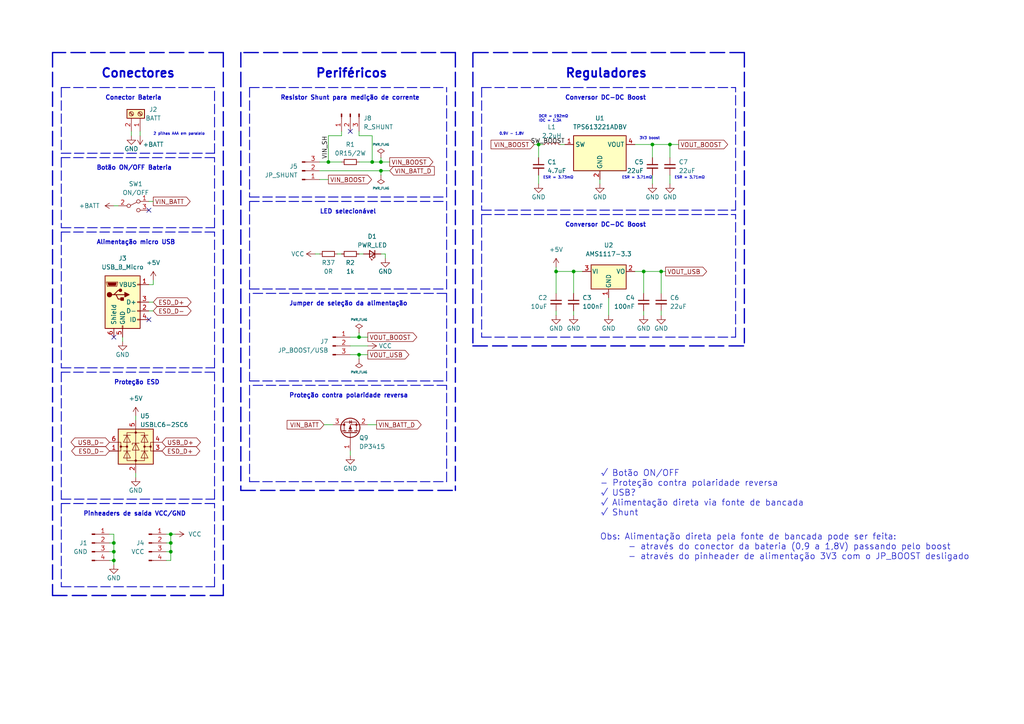
<source format=kicad_sch>
(kicad_sch (version 20211123) (generator eeschema)

  (uuid 2988abb0-4cbf-43b2-93c0-3b8afe1e15e2)

  (paper "A4")

  (lib_symbols
    (symbol "Connector:Conn_01x03_Male" (pin_names (offset 1.016) hide) (in_bom yes) (on_board yes)
      (property "Reference" "J" (id 0) (at 0 5.08 0)
        (effects (font (size 1.27 1.27)))
      )
      (property "Value" "Conn_01x03_Male" (id 1) (at 0 -5.08 0)
        (effects (font (size 1.27 1.27)))
      )
      (property "Footprint" "" (id 2) (at 0 0 0)
        (effects (font (size 1.27 1.27)) hide)
      )
      (property "Datasheet" "~" (id 3) (at 0 0 0)
        (effects (font (size 1.27 1.27)) hide)
      )
      (property "ki_keywords" "connector" (id 4) (at 0 0 0)
        (effects (font (size 1.27 1.27)) hide)
      )
      (property "ki_description" "Generic connector, single row, 01x03, script generated (kicad-library-utils/schlib/autogen/connector/)" (id 5) (at 0 0 0)
        (effects (font (size 1.27 1.27)) hide)
      )
      (property "ki_fp_filters" "Connector*:*_1x??_*" (id 6) (at 0 0 0)
        (effects (font (size 1.27 1.27)) hide)
      )
      (symbol "Conn_01x03_Male_1_1"
        (polyline
          (pts
            (xy 1.27 -2.54)
            (xy 0.8636 -2.54)
          )
          (stroke (width 0.1524) (type default) (color 0 0 0 0))
          (fill (type none))
        )
        (polyline
          (pts
            (xy 1.27 0)
            (xy 0.8636 0)
          )
          (stroke (width 0.1524) (type default) (color 0 0 0 0))
          (fill (type none))
        )
        (polyline
          (pts
            (xy 1.27 2.54)
            (xy 0.8636 2.54)
          )
          (stroke (width 0.1524) (type default) (color 0 0 0 0))
          (fill (type none))
        )
        (rectangle (start 0.8636 -2.413) (end 0 -2.667)
          (stroke (width 0.1524) (type default) (color 0 0 0 0))
          (fill (type outline))
        )
        (rectangle (start 0.8636 0.127) (end 0 -0.127)
          (stroke (width 0.1524) (type default) (color 0 0 0 0))
          (fill (type outline))
        )
        (rectangle (start 0.8636 2.667) (end 0 2.413)
          (stroke (width 0.1524) (type default) (color 0 0 0 0))
          (fill (type outline))
        )
        (pin passive line (at 5.08 2.54 180) (length 3.81)
          (name "Pin_1" (effects (font (size 1.27 1.27))))
          (number "1" (effects (font (size 1.27 1.27))))
        )
        (pin passive line (at 5.08 0 180) (length 3.81)
          (name "Pin_2" (effects (font (size 1.27 1.27))))
          (number "2" (effects (font (size 1.27 1.27))))
        )
        (pin passive line (at 5.08 -2.54 180) (length 3.81)
          (name "Pin_3" (effects (font (size 1.27 1.27))))
          (number "3" (effects (font (size 1.27 1.27))))
        )
      )
    )
    (symbol "Connector:Conn_01x04_Male" (pin_names (offset 1.016) hide) (in_bom yes) (on_board yes)
      (property "Reference" "J" (id 0) (at 0 5.08 0)
        (effects (font (size 1.27 1.27)))
      )
      (property "Value" "Conn_01x04_Male" (id 1) (at 0 -7.62 0)
        (effects (font (size 1.27 1.27)))
      )
      (property "Footprint" "" (id 2) (at 0 0 0)
        (effects (font (size 1.27 1.27)) hide)
      )
      (property "Datasheet" "~" (id 3) (at 0 0 0)
        (effects (font (size 1.27 1.27)) hide)
      )
      (property "ki_keywords" "connector" (id 4) (at 0 0 0)
        (effects (font (size 1.27 1.27)) hide)
      )
      (property "ki_description" "Generic connector, single row, 01x04, script generated (kicad-library-utils/schlib/autogen/connector/)" (id 5) (at 0 0 0)
        (effects (font (size 1.27 1.27)) hide)
      )
      (property "ki_fp_filters" "Connector*:*_1x??_*" (id 6) (at 0 0 0)
        (effects (font (size 1.27 1.27)) hide)
      )
      (symbol "Conn_01x04_Male_1_1"
        (polyline
          (pts
            (xy 1.27 -5.08)
            (xy 0.8636 -5.08)
          )
          (stroke (width 0.1524) (type default) (color 0 0 0 0))
          (fill (type none))
        )
        (polyline
          (pts
            (xy 1.27 -2.54)
            (xy 0.8636 -2.54)
          )
          (stroke (width 0.1524) (type default) (color 0 0 0 0))
          (fill (type none))
        )
        (polyline
          (pts
            (xy 1.27 0)
            (xy 0.8636 0)
          )
          (stroke (width 0.1524) (type default) (color 0 0 0 0))
          (fill (type none))
        )
        (polyline
          (pts
            (xy 1.27 2.54)
            (xy 0.8636 2.54)
          )
          (stroke (width 0.1524) (type default) (color 0 0 0 0))
          (fill (type none))
        )
        (rectangle (start 0.8636 -4.953) (end 0 -5.207)
          (stroke (width 0.1524) (type default) (color 0 0 0 0))
          (fill (type outline))
        )
        (rectangle (start 0.8636 -2.413) (end 0 -2.667)
          (stroke (width 0.1524) (type default) (color 0 0 0 0))
          (fill (type outline))
        )
        (rectangle (start 0.8636 0.127) (end 0 -0.127)
          (stroke (width 0.1524) (type default) (color 0 0 0 0))
          (fill (type outline))
        )
        (rectangle (start 0.8636 2.667) (end 0 2.413)
          (stroke (width 0.1524) (type default) (color 0 0 0 0))
          (fill (type outline))
        )
        (pin passive line (at 5.08 2.54 180) (length 3.81)
          (name "Pin_1" (effects (font (size 1.27 1.27))))
          (number "1" (effects (font (size 1.27 1.27))))
        )
        (pin passive line (at 5.08 0 180) (length 3.81)
          (name "Pin_2" (effects (font (size 1.27 1.27))))
          (number "2" (effects (font (size 1.27 1.27))))
        )
        (pin passive line (at 5.08 -2.54 180) (length 3.81)
          (name "Pin_3" (effects (font (size 1.27 1.27))))
          (number "3" (effects (font (size 1.27 1.27))))
        )
        (pin passive line (at 5.08 -5.08 180) (length 3.81)
          (name "Pin_4" (effects (font (size 1.27 1.27))))
          (number "4" (effects (font (size 1.27 1.27))))
        )
      )
    )
    (symbol "Connector:Screw_Terminal_01x02" (pin_names (offset 1.016) hide) (in_bom yes) (on_board yes)
      (property "Reference" "J" (id 0) (at 0 2.54 0)
        (effects (font (size 1.27 1.27)))
      )
      (property "Value" "Screw_Terminal_01x02" (id 1) (at 0 -5.08 0)
        (effects (font (size 1.27 1.27)))
      )
      (property "Footprint" "" (id 2) (at 0 0 0)
        (effects (font (size 1.27 1.27)) hide)
      )
      (property "Datasheet" "~" (id 3) (at 0 0 0)
        (effects (font (size 1.27 1.27)) hide)
      )
      (property "ki_keywords" "screw terminal" (id 4) (at 0 0 0)
        (effects (font (size 1.27 1.27)) hide)
      )
      (property "ki_description" "Generic screw terminal, single row, 01x02, script generated (kicad-library-utils/schlib/autogen/connector/)" (id 5) (at 0 0 0)
        (effects (font (size 1.27 1.27)) hide)
      )
      (property "ki_fp_filters" "TerminalBlock*:*" (id 6) (at 0 0 0)
        (effects (font (size 1.27 1.27)) hide)
      )
      (symbol "Screw_Terminal_01x02_1_1"
        (rectangle (start -1.27 1.27) (end 1.27 -3.81)
          (stroke (width 0.254) (type default) (color 0 0 0 0))
          (fill (type background))
        )
        (circle (center 0 -2.54) (radius 0.635)
          (stroke (width 0.1524) (type default) (color 0 0 0 0))
          (fill (type none))
        )
        (polyline
          (pts
            (xy -0.5334 -2.2098)
            (xy 0.3302 -3.048)
          )
          (stroke (width 0.1524) (type default) (color 0 0 0 0))
          (fill (type none))
        )
        (polyline
          (pts
            (xy -0.5334 0.3302)
            (xy 0.3302 -0.508)
          )
          (stroke (width 0.1524) (type default) (color 0 0 0 0))
          (fill (type none))
        )
        (polyline
          (pts
            (xy -0.3556 -2.032)
            (xy 0.508 -2.8702)
          )
          (stroke (width 0.1524) (type default) (color 0 0 0 0))
          (fill (type none))
        )
        (polyline
          (pts
            (xy -0.3556 0.508)
            (xy 0.508 -0.3302)
          )
          (stroke (width 0.1524) (type default) (color 0 0 0 0))
          (fill (type none))
        )
        (circle (center 0 0) (radius 0.635)
          (stroke (width 0.1524) (type default) (color 0 0 0 0))
          (fill (type none))
        )
        (pin passive line (at -5.08 0 0) (length 3.81)
          (name "Pin_1" (effects (font (size 1.27 1.27))))
          (number "1" (effects (font (size 1.27 1.27))))
        )
        (pin passive line (at -5.08 -2.54 0) (length 3.81)
          (name "Pin_2" (effects (font (size 1.27 1.27))))
          (number "2" (effects (font (size 1.27 1.27))))
        )
      )
    )
    (symbol "Connector:USB_B_Micro" (pin_names (offset 1.016)) (in_bom yes) (on_board yes)
      (property "Reference" "J" (id 0) (at -5.08 11.43 0)
        (effects (font (size 1.27 1.27)) (justify left))
      )
      (property "Value" "USB_B_Micro" (id 1) (at -5.08 8.89 0)
        (effects (font (size 1.27 1.27)) (justify left))
      )
      (property "Footprint" "" (id 2) (at 3.81 -1.27 0)
        (effects (font (size 1.27 1.27)) hide)
      )
      (property "Datasheet" "~" (id 3) (at 3.81 -1.27 0)
        (effects (font (size 1.27 1.27)) hide)
      )
      (property "ki_keywords" "connector USB micro" (id 4) (at 0 0 0)
        (effects (font (size 1.27 1.27)) hide)
      )
      (property "ki_description" "USB Micro Type B connector" (id 5) (at 0 0 0)
        (effects (font (size 1.27 1.27)) hide)
      )
      (property "ki_fp_filters" "USB*" (id 6) (at 0 0 0)
        (effects (font (size 1.27 1.27)) hide)
      )
      (symbol "USB_B_Micro_0_1"
        (rectangle (start -5.08 -7.62) (end 5.08 7.62)
          (stroke (width 0.254) (type default) (color 0 0 0 0))
          (fill (type background))
        )
        (circle (center -3.81 2.159) (radius 0.635)
          (stroke (width 0.254) (type default) (color 0 0 0 0))
          (fill (type outline))
        )
        (circle (center -0.635 3.429) (radius 0.381)
          (stroke (width 0.254) (type default) (color 0 0 0 0))
          (fill (type outline))
        )
        (rectangle (start -0.127 -7.62) (end 0.127 -6.858)
          (stroke (width 0) (type default) (color 0 0 0 0))
          (fill (type none))
        )
        (polyline
          (pts
            (xy -1.905 2.159)
            (xy 0.635 2.159)
          )
          (stroke (width 0.254) (type default) (color 0 0 0 0))
          (fill (type none))
        )
        (polyline
          (pts
            (xy -3.175 2.159)
            (xy -2.54 2.159)
            (xy -1.27 3.429)
            (xy -0.635 3.429)
          )
          (stroke (width 0.254) (type default) (color 0 0 0 0))
          (fill (type none))
        )
        (polyline
          (pts
            (xy -2.54 2.159)
            (xy -1.905 2.159)
            (xy -1.27 0.889)
            (xy 0 0.889)
          )
          (stroke (width 0.254) (type default) (color 0 0 0 0))
          (fill (type none))
        )
        (polyline
          (pts
            (xy 0.635 2.794)
            (xy 0.635 1.524)
            (xy 1.905 2.159)
            (xy 0.635 2.794)
          )
          (stroke (width 0.254) (type default) (color 0 0 0 0))
          (fill (type outline))
        )
        (polyline
          (pts
            (xy -4.318 5.588)
            (xy -1.778 5.588)
            (xy -2.032 4.826)
            (xy -4.064 4.826)
            (xy -4.318 5.588)
          )
          (stroke (width 0) (type default) (color 0 0 0 0))
          (fill (type outline))
        )
        (polyline
          (pts
            (xy -4.699 5.842)
            (xy -4.699 5.588)
            (xy -4.445 4.826)
            (xy -4.445 4.572)
            (xy -1.651 4.572)
            (xy -1.651 4.826)
            (xy -1.397 5.588)
            (xy -1.397 5.842)
            (xy -4.699 5.842)
          )
          (stroke (width 0) (type default) (color 0 0 0 0))
          (fill (type none))
        )
        (rectangle (start 0.254 1.27) (end -0.508 0.508)
          (stroke (width 0.254) (type default) (color 0 0 0 0))
          (fill (type outline))
        )
        (rectangle (start 5.08 -5.207) (end 4.318 -4.953)
          (stroke (width 0) (type default) (color 0 0 0 0))
          (fill (type none))
        )
        (rectangle (start 5.08 -2.667) (end 4.318 -2.413)
          (stroke (width 0) (type default) (color 0 0 0 0))
          (fill (type none))
        )
        (rectangle (start 5.08 -0.127) (end 4.318 0.127)
          (stroke (width 0) (type default) (color 0 0 0 0))
          (fill (type none))
        )
        (rectangle (start 5.08 4.953) (end 4.318 5.207)
          (stroke (width 0) (type default) (color 0 0 0 0))
          (fill (type none))
        )
      )
      (symbol "USB_B_Micro_1_1"
        (pin power_out line (at 7.62 5.08 180) (length 2.54)
          (name "VBUS" (effects (font (size 1.27 1.27))))
          (number "1" (effects (font (size 1.27 1.27))))
        )
        (pin bidirectional line (at 7.62 -2.54 180) (length 2.54)
          (name "D-" (effects (font (size 1.27 1.27))))
          (number "2" (effects (font (size 1.27 1.27))))
        )
        (pin bidirectional line (at 7.62 0 180) (length 2.54)
          (name "D+" (effects (font (size 1.27 1.27))))
          (number "3" (effects (font (size 1.27 1.27))))
        )
        (pin passive line (at 7.62 -5.08 180) (length 2.54)
          (name "ID" (effects (font (size 1.27 1.27))))
          (number "4" (effects (font (size 1.27 1.27))))
        )
        (pin power_out line (at 0 -10.16 90) (length 2.54)
          (name "GND" (effects (font (size 1.27 1.27))))
          (number "5" (effects (font (size 1.27 1.27))))
        )
        (pin passive line (at -2.54 -10.16 90) (length 2.54)
          (name "Shield" (effects (font (size 1.27 1.27))))
          (number "6" (effects (font (size 1.27 1.27))))
        )
      )
    )
    (symbol "Device:C_Small" (pin_numbers hide) (pin_names (offset 0.254) hide) (in_bom yes) (on_board yes)
      (property "Reference" "C" (id 0) (at 0.254 1.778 0)
        (effects (font (size 1.27 1.27)) (justify left))
      )
      (property "Value" "C_Small" (id 1) (at 0.254 -2.032 0)
        (effects (font (size 1.27 1.27)) (justify left))
      )
      (property "Footprint" "" (id 2) (at 0 0 0)
        (effects (font (size 1.27 1.27)) hide)
      )
      (property "Datasheet" "~" (id 3) (at 0 0 0)
        (effects (font (size 1.27 1.27)) hide)
      )
      (property "ki_keywords" "capacitor cap" (id 4) (at 0 0 0)
        (effects (font (size 1.27 1.27)) hide)
      )
      (property "ki_description" "Unpolarized capacitor, small symbol" (id 5) (at 0 0 0)
        (effects (font (size 1.27 1.27)) hide)
      )
      (property "ki_fp_filters" "C_*" (id 6) (at 0 0 0)
        (effects (font (size 1.27 1.27)) hide)
      )
      (symbol "C_Small_0_1"
        (polyline
          (pts
            (xy -1.524 -0.508)
            (xy 1.524 -0.508)
          )
          (stroke (width 0.3302) (type default) (color 0 0 0 0))
          (fill (type none))
        )
        (polyline
          (pts
            (xy -1.524 0.508)
            (xy 1.524 0.508)
          )
          (stroke (width 0.3048) (type default) (color 0 0 0 0))
          (fill (type none))
        )
      )
      (symbol "C_Small_1_1"
        (pin passive line (at 0 2.54 270) (length 2.032)
          (name "~" (effects (font (size 1.27 1.27))))
          (number "1" (effects (font (size 1.27 1.27))))
        )
        (pin passive line (at 0 -2.54 90) (length 2.032)
          (name "~" (effects (font (size 1.27 1.27))))
          (number "2" (effects (font (size 1.27 1.27))))
        )
      )
    )
    (symbol "Device:LED_Small" (pin_numbers hide) (pin_names (offset 0.254) hide) (in_bom yes) (on_board yes)
      (property "Reference" "D" (id 0) (at -1.27 3.175 0)
        (effects (font (size 1.27 1.27)) (justify left))
      )
      (property "Value" "LED_Small" (id 1) (at -4.445 -2.54 0)
        (effects (font (size 1.27 1.27)) (justify left))
      )
      (property "Footprint" "" (id 2) (at 0 0 90)
        (effects (font (size 1.27 1.27)) hide)
      )
      (property "Datasheet" "~" (id 3) (at 0 0 90)
        (effects (font (size 1.27 1.27)) hide)
      )
      (property "ki_keywords" "LED diode light-emitting-diode" (id 4) (at 0 0 0)
        (effects (font (size 1.27 1.27)) hide)
      )
      (property "ki_description" "Light emitting diode, small symbol" (id 5) (at 0 0 0)
        (effects (font (size 1.27 1.27)) hide)
      )
      (property "ki_fp_filters" "LED* LED_SMD:* LED_THT:*" (id 6) (at 0 0 0)
        (effects (font (size 1.27 1.27)) hide)
      )
      (symbol "LED_Small_0_1"
        (polyline
          (pts
            (xy -0.762 -1.016)
            (xy -0.762 1.016)
          )
          (stroke (width 0.254) (type default) (color 0 0 0 0))
          (fill (type none))
        )
        (polyline
          (pts
            (xy 1.016 0)
            (xy -0.762 0)
          )
          (stroke (width 0) (type default) (color 0 0 0 0))
          (fill (type none))
        )
        (polyline
          (pts
            (xy 0.762 -1.016)
            (xy -0.762 0)
            (xy 0.762 1.016)
            (xy 0.762 -1.016)
          )
          (stroke (width 0.254) (type default) (color 0 0 0 0))
          (fill (type none))
        )
        (polyline
          (pts
            (xy 0 0.762)
            (xy -0.508 1.27)
            (xy -0.254 1.27)
            (xy -0.508 1.27)
            (xy -0.508 1.016)
          )
          (stroke (width 0) (type default) (color 0 0 0 0))
          (fill (type none))
        )
        (polyline
          (pts
            (xy 0.508 1.27)
            (xy 0 1.778)
            (xy 0.254 1.778)
            (xy 0 1.778)
            (xy 0 1.524)
          )
          (stroke (width 0) (type default) (color 0 0 0 0))
          (fill (type none))
        )
      )
      (symbol "LED_Small_1_1"
        (pin passive line (at -2.54 0 0) (length 1.778)
          (name "K" (effects (font (size 1.27 1.27))))
          (number "1" (effects (font (size 1.27 1.27))))
        )
        (pin passive line (at 2.54 0 180) (length 1.778)
          (name "A" (effects (font (size 1.27 1.27))))
          (number "2" (effects (font (size 1.27 1.27))))
        )
      )
    )
    (symbol "Device:L_Small" (pin_numbers hide) (pin_names (offset 0.254) hide) (in_bom yes) (on_board yes)
      (property "Reference" "L" (id 0) (at 0.762 1.016 0)
        (effects (font (size 1.27 1.27)) (justify left))
      )
      (property "Value" "L_Small" (id 1) (at 0.762 -1.016 0)
        (effects (font (size 1.27 1.27)) (justify left))
      )
      (property "Footprint" "" (id 2) (at 0 0 0)
        (effects (font (size 1.27 1.27)) hide)
      )
      (property "Datasheet" "~" (id 3) (at 0 0 0)
        (effects (font (size 1.27 1.27)) hide)
      )
      (property "ki_keywords" "inductor choke coil reactor magnetic" (id 4) (at 0 0 0)
        (effects (font (size 1.27 1.27)) hide)
      )
      (property "ki_description" "Inductor, small symbol" (id 5) (at 0 0 0)
        (effects (font (size 1.27 1.27)) hide)
      )
      (property "ki_fp_filters" "Choke_* *Coil* Inductor_* L_*" (id 6) (at 0 0 0)
        (effects (font (size 1.27 1.27)) hide)
      )
      (symbol "L_Small_0_1"
        (arc (start 0 -2.032) (mid 0.508 -1.524) (end 0 -1.016)
          (stroke (width 0) (type default) (color 0 0 0 0))
          (fill (type none))
        )
        (arc (start 0 -1.016) (mid 0.508 -0.508) (end 0 0)
          (stroke (width 0) (type default) (color 0 0 0 0))
          (fill (type none))
        )
        (arc (start 0 0) (mid 0.508 0.508) (end 0 1.016)
          (stroke (width 0) (type default) (color 0 0 0 0))
          (fill (type none))
        )
        (arc (start 0 1.016) (mid 0.508 1.524) (end 0 2.032)
          (stroke (width 0) (type default) (color 0 0 0 0))
          (fill (type none))
        )
      )
      (symbol "L_Small_1_1"
        (pin passive line (at 0 2.54 270) (length 0.508)
          (name "~" (effects (font (size 1.27 1.27))))
          (number "1" (effects (font (size 1.27 1.27))))
        )
        (pin passive line (at 0 -2.54 90) (length 0.508)
          (name "~" (effects (font (size 1.27 1.27))))
          (number "2" (effects (font (size 1.27 1.27))))
        )
      )
    )
    (symbol "Device:Q_PMOS_GSD" (pin_names (offset 0) hide) (in_bom yes) (on_board yes)
      (property "Reference" "Q" (id 0) (at 5.08 1.27 0)
        (effects (font (size 1.27 1.27)) (justify left))
      )
      (property "Value" "Q_PMOS_GSD" (id 1) (at 5.08 -1.27 0)
        (effects (font (size 1.27 1.27)) (justify left))
      )
      (property "Footprint" "" (id 2) (at 5.08 2.54 0)
        (effects (font (size 1.27 1.27)) hide)
      )
      (property "Datasheet" "~" (id 3) (at 0 0 0)
        (effects (font (size 1.27 1.27)) hide)
      )
      (property "ki_keywords" "transistor PMOS P-MOS P-MOSFET" (id 4) (at 0 0 0)
        (effects (font (size 1.27 1.27)) hide)
      )
      (property "ki_description" "P-MOSFET transistor, gate/source/drain" (id 5) (at 0 0 0)
        (effects (font (size 1.27 1.27)) hide)
      )
      (symbol "Q_PMOS_GSD_0_1"
        (polyline
          (pts
            (xy 0.254 0)
            (xy -2.54 0)
          )
          (stroke (width 0) (type default) (color 0 0 0 0))
          (fill (type none))
        )
        (polyline
          (pts
            (xy 0.254 1.905)
            (xy 0.254 -1.905)
          )
          (stroke (width 0.254) (type default) (color 0 0 0 0))
          (fill (type none))
        )
        (polyline
          (pts
            (xy 0.762 -1.27)
            (xy 0.762 -2.286)
          )
          (stroke (width 0.254) (type default) (color 0 0 0 0))
          (fill (type none))
        )
        (polyline
          (pts
            (xy 0.762 0.508)
            (xy 0.762 -0.508)
          )
          (stroke (width 0.254) (type default) (color 0 0 0 0))
          (fill (type none))
        )
        (polyline
          (pts
            (xy 0.762 2.286)
            (xy 0.762 1.27)
          )
          (stroke (width 0.254) (type default) (color 0 0 0 0))
          (fill (type none))
        )
        (polyline
          (pts
            (xy 2.54 2.54)
            (xy 2.54 1.778)
          )
          (stroke (width 0) (type default) (color 0 0 0 0))
          (fill (type none))
        )
        (polyline
          (pts
            (xy 2.54 -2.54)
            (xy 2.54 0)
            (xy 0.762 0)
          )
          (stroke (width 0) (type default) (color 0 0 0 0))
          (fill (type none))
        )
        (polyline
          (pts
            (xy 0.762 1.778)
            (xy 3.302 1.778)
            (xy 3.302 -1.778)
            (xy 0.762 -1.778)
          )
          (stroke (width 0) (type default) (color 0 0 0 0))
          (fill (type none))
        )
        (polyline
          (pts
            (xy 2.286 0)
            (xy 1.27 0.381)
            (xy 1.27 -0.381)
            (xy 2.286 0)
          )
          (stroke (width 0) (type default) (color 0 0 0 0))
          (fill (type outline))
        )
        (polyline
          (pts
            (xy 2.794 -0.508)
            (xy 2.921 -0.381)
            (xy 3.683 -0.381)
            (xy 3.81 -0.254)
          )
          (stroke (width 0) (type default) (color 0 0 0 0))
          (fill (type none))
        )
        (polyline
          (pts
            (xy 3.302 -0.381)
            (xy 2.921 0.254)
            (xy 3.683 0.254)
            (xy 3.302 -0.381)
          )
          (stroke (width 0) (type default) (color 0 0 0 0))
          (fill (type none))
        )
        (circle (center 1.651 0) (radius 2.794)
          (stroke (width 0.254) (type default) (color 0 0 0 0))
          (fill (type none))
        )
        (circle (center 2.54 -1.778) (radius 0.254)
          (stroke (width 0) (type default) (color 0 0 0 0))
          (fill (type outline))
        )
        (circle (center 2.54 1.778) (radius 0.254)
          (stroke (width 0) (type default) (color 0 0 0 0))
          (fill (type outline))
        )
      )
      (symbol "Q_PMOS_GSD_1_1"
        (pin input line (at -5.08 0 0) (length 2.54)
          (name "G" (effects (font (size 1.27 1.27))))
          (number "1" (effects (font (size 1.27 1.27))))
        )
        (pin passive line (at 2.54 -5.08 90) (length 2.54)
          (name "S" (effects (font (size 1.27 1.27))))
          (number "2" (effects (font (size 1.27 1.27))))
        )
        (pin passive line (at 2.54 5.08 270) (length 2.54)
          (name "D" (effects (font (size 1.27 1.27))))
          (number "3" (effects (font (size 1.27 1.27))))
        )
      )
    )
    (symbol "Device:R_Small" (pin_numbers hide) (pin_names (offset 0.254) hide) (in_bom yes) (on_board yes)
      (property "Reference" "R" (id 0) (at 0.762 0.508 0)
        (effects (font (size 1.27 1.27)) (justify left))
      )
      (property "Value" "R_Small" (id 1) (at 0.762 -1.016 0)
        (effects (font (size 1.27 1.27)) (justify left))
      )
      (property "Footprint" "" (id 2) (at 0 0 0)
        (effects (font (size 1.27 1.27)) hide)
      )
      (property "Datasheet" "~" (id 3) (at 0 0 0)
        (effects (font (size 1.27 1.27)) hide)
      )
      (property "ki_keywords" "R resistor" (id 4) (at 0 0 0)
        (effects (font (size 1.27 1.27)) hide)
      )
      (property "ki_description" "Resistor, small symbol" (id 5) (at 0 0 0)
        (effects (font (size 1.27 1.27)) hide)
      )
      (property "ki_fp_filters" "R_*" (id 6) (at 0 0 0)
        (effects (font (size 1.27 1.27)) hide)
      )
      (symbol "R_Small_0_1"
        (rectangle (start -0.762 1.778) (end 0.762 -1.778)
          (stroke (width 0.2032) (type default) (color 0 0 0 0))
          (fill (type none))
        )
      )
      (symbol "R_Small_1_1"
        (pin passive line (at 0 2.54 270) (length 0.762)
          (name "~" (effects (font (size 1.27 1.27))))
          (number "1" (effects (font (size 1.27 1.27))))
        )
        (pin passive line (at 0 -2.54 90) (length 0.762)
          (name "~" (effects (font (size 1.27 1.27))))
          (number "2" (effects (font (size 1.27 1.27))))
        )
      )
    )
    (symbol "LS_Library:SW_SPDT" (pin_names hide) (in_bom yes) (on_board yes)
      (property "Reference" "U" (id 0) (at 0 5.842 0)
        (effects (font (size 1.27 1.27)))
      )
      (property "Value" "SW_SPDT" (id 1) (at 0 3.81 0)
        (effects (font (size 1.27 1.27)))
      )
      (property "Footprint" "" (id 2) (at 0.381 2.413 0)
        (effects (font (size 1.27 1.27)) hide)
      )
      (property "Datasheet" "" (id 3) (at 0.381 2.413 0)
        (effects (font (size 1.27 1.27)) hide)
      )
      (symbol "SW_SPDT_0_0"
        (circle (center -2.032 0) (radius 0.508)
          (stroke (width 0) (type default) (color 0 0 0 0))
          (fill (type none))
        )
        (circle (center 0.762 -1.27) (radius 0.508)
          (stroke (width 0) (type default) (color 0 0 0 0))
          (fill (type none))
        )
      )
      (symbol "SW_SPDT_0_1"
        (polyline
          (pts
            (xy -1.524 0.127)
            (xy 0.254 1.016)
          )
          (stroke (width 0) (type default) (color 0 0 0 0))
          (fill (type none))
        )
        (circle (center 0.762 1.27) (radius 0.508)
          (stroke (width 0) (type default) (color 0 0 0 0))
          (fill (type none))
        )
      )
      (symbol "SW_SPDT_1_1"
        (pin passive line (at 3.81 1.27 180) (length 2.54)
          (name "A" (effects (font (size 1.27 1.27))))
          (number "1" (effects (font (size 1.27 1.27))))
        )
        (pin passive line (at -5.08 0 0) (length 2.54)
          (name "B" (effects (font (size 1.27 1.27))))
          (number "2" (effects (font (size 1.27 1.27))))
        )
        (pin passive line (at 3.81 -1.27 180) (length 2.54)
          (name "C" (effects (font (size 1.27 1.27))))
          (number "3" (effects (font (size 1.27 1.27))))
        )
      )
    )
    (symbol "Power_Protection:USBLC6-2SC6" (pin_names hide) (in_bom yes) (on_board yes)
      (property "Reference" "U?" (id 0) (at 2.7687 12.7 0)
        (effects (font (size 1.27 1.27)) (justify left))
      )
      (property "Value" "USBLC6-2SC6" (id 1) (at 2.7687 10.16 0)
        (effects (font (size 1.27 1.27)) (justify left))
      )
      (property "Footprint" "Package_TO_SOT_SMD:SOT-23-6" (id 2) (at 0 -12.7 0)
        (effects (font (size 1.27 1.27)) hide)
      )
      (property "Datasheet" "https://www.st.com/resource/en/datasheet/usblc6-2.pdf" (id 3) (at 5.08 8.89 0)
        (effects (font (size 1.27 1.27)) hide)
      )
      (property "ki_keywords" "usb ethernet video" (id 4) (at 0 0 0)
        (effects (font (size 1.27 1.27)) hide)
      )
      (property "ki_description" "Very low capacitance ESD protection diode, 2 data-line, SOT-23-6" (id 5) (at 0 0 0)
        (effects (font (size 1.27 1.27)) hide)
      )
      (property "ki_fp_filters" "SOT?23*" (id 6) (at 0 0 0)
        (effects (font (size 1.27 1.27)) hide)
      )
      (symbol "USBLC6-2SC6_0_1"
        (rectangle (start -5.08 5.08) (end 5.08 -5.08)
          (stroke (width 0.254) (type default) (color 0 0 0 0))
          (fill (type background))
        )
        (circle (center -4.318 0) (radius 0.254)
          (stroke (width 0) (type default) (color 0 0 0 0))
          (fill (type outline))
        )
        (circle (center -2.54 0) (radius 0.254)
          (stroke (width 0) (type default) (color 0 0 0 0))
          (fill (type outline))
        )
        (rectangle (start -2.54 4.064) (end 2.54 -4.064)
          (stroke (width 0) (type default) (color 0 0 0 0))
          (fill (type none))
        )
        (circle (center 0 -4.064) (radius 0.254)
          (stroke (width 0) (type default) (color 0 0 0 0))
          (fill (type outline))
        )
        (polyline
          (pts
            (xy -4.318 -1.27)
            (xy -5.08 -1.27)
          )
          (stroke (width 0) (type default) (color 0 0 0 0))
          (fill (type none))
        )
        (polyline
          (pts
            (xy -4.318 0)
            (xy -4.318 -1.27)
          )
          (stroke (width 0) (type default) (color 0 0 0 0))
          (fill (type none))
        )
        (polyline
          (pts
            (xy -4.318 1.27)
            (xy -5.08 1.27)
          )
          (stroke (width 0) (type default) (color 0 0 0 0))
          (fill (type none))
        )
        (polyline
          (pts
            (xy -1.524 -1.27)
            (xy -3.556 -1.27)
          )
          (stroke (width 0) (type default) (color 0 0 0 0))
          (fill (type none))
        )
        (polyline
          (pts
            (xy -1.524 3.302)
            (xy -3.556 3.302)
          )
          (stroke (width 0) (type default) (color 0 0 0 0))
          (fill (type none))
        )
        (polyline
          (pts
            (xy 0 -5.08)
            (xy 0 -4.064)
          )
          (stroke (width 0) (type default) (color 0 0 0 0))
          (fill (type none))
        )
        (polyline
          (pts
            (xy 0 -4.064)
            (xy 0 1.27)
          )
          (stroke (width 0) (type default) (color 0 0 0 0))
          (fill (type none))
        )
        (polyline
          (pts
            (xy 0 1.27)
            (xy 0 4.064)
          )
          (stroke (width 0) (type default) (color 0 0 0 0))
          (fill (type none))
        )
        (polyline
          (pts
            (xy 0 4.064)
            (xy 0 5.08)
          )
          (stroke (width 0) (type default) (color 0 0 0 0))
          (fill (type none))
        )
        (polyline
          (pts
            (xy 1.524 -1.27)
            (xy 3.556 -1.27)
          )
          (stroke (width 0) (type default) (color 0 0 0 0))
          (fill (type none))
        )
        (polyline
          (pts
            (xy 1.524 3.302)
            (xy 3.556 3.302)
          )
          (stroke (width 0) (type default) (color 0 0 0 0))
          (fill (type none))
        )
        (polyline
          (pts
            (xy 4.318 -1.27)
            (xy 5.08 -1.27)
          )
          (stroke (width 0) (type default) (color 0 0 0 0))
          (fill (type none))
        )
        (polyline
          (pts
            (xy 4.318 0)
            (xy 4.318 -1.27)
          )
          (stroke (width 0) (type default) (color 0 0 0 0))
          (fill (type none))
        )
        (polyline
          (pts
            (xy 4.318 1.27)
            (xy 5.08 1.27)
          )
          (stroke (width 0) (type default) (color 0 0 0 0))
          (fill (type none))
        )
        (polyline
          (pts
            (xy -2.54 0)
            (xy -4.318 0)
            (xy -4.318 1.27)
          )
          (stroke (width 0) (type default) (color 0 0 0 0))
          (fill (type none))
        )
        (polyline
          (pts
            (xy 2.54 0)
            (xy 4.318 0)
            (xy 4.318 1.27)
          )
          (stroke (width 0) (type default) (color 0 0 0 0))
          (fill (type none))
        )
        (polyline
          (pts
            (xy -3.556 -3.302)
            (xy -1.524 -3.302)
            (xy -2.54 -1.27)
            (xy -3.556 -3.302)
          )
          (stroke (width 0) (type default) (color 0 0 0 0))
          (fill (type none))
        )
        (polyline
          (pts
            (xy -3.556 1.27)
            (xy -1.524 1.27)
            (xy -2.54 3.302)
            (xy -3.556 1.27)
          )
          (stroke (width 0) (type default) (color 0 0 0 0))
          (fill (type none))
        )
        (polyline
          (pts
            (xy -1.016 -1.016)
            (xy 1.016 -1.016)
            (xy 0 1.016)
            (xy -1.016 -1.016)
          )
          (stroke (width 0) (type default) (color 0 0 0 0))
          (fill (type none))
        )
        (polyline
          (pts
            (xy 1.016 1.016)
            (xy 0.762 1.016)
            (xy -1.016 1.016)
            (xy -1.016 0.508)
          )
          (stroke (width 0) (type default) (color 0 0 0 0))
          (fill (type none))
        )
        (polyline
          (pts
            (xy 3.556 -3.302)
            (xy 1.524 -3.302)
            (xy 2.54 -1.27)
            (xy 3.556 -3.302)
          )
          (stroke (width 0) (type default) (color 0 0 0 0))
          (fill (type none))
        )
        (polyline
          (pts
            (xy 3.556 1.27)
            (xy 1.524 1.27)
            (xy 2.54 3.302)
            (xy 3.556 1.27)
          )
          (stroke (width 0) (type default) (color 0 0 0 0))
          (fill (type none))
        )
        (circle (center 0 4.064) (radius 0.254)
          (stroke (width 0) (type default) (color 0 0 0 0))
          (fill (type outline))
        )
        (circle (center 2.54 0) (radius 0.254)
          (stroke (width 0) (type default) (color 0 0 0 0))
          (fill (type outline))
        )
        (circle (center 4.318 0) (radius 0.254)
          (stroke (width 0) (type default) (color 0 0 0 0))
          (fill (type outline))
        )
      )
      (symbol "USBLC6-2SC6_1_1"
        (pin passive line (at -7.62 -1.27 0) (length 2.54)
          (name "I/O1" (effects (font (size 1.27 1.27))))
          (number "1" (effects (font (size 1.27 1.27))))
        )
        (pin passive line (at 0 -7.62 90) (length 2.54)
          (name "GND" (effects (font (size 1.27 1.27))))
          (number "2" (effects (font (size 1.27 1.27))))
        )
        (pin passive line (at 7.62 -1.27 180) (length 2.54)
          (name "I/O2" (effects (font (size 1.27 1.27))))
          (number "3" (effects (font (size 1.27 1.27))))
        )
        (pin passive line (at 7.62 1.27 180) (length 2.54)
          (name "I/O2" (effects (font (size 1.27 1.27))))
          (number "4" (effects (font (size 1.27 1.27))))
        )
        (pin passive line (at 0 7.62 270) (length 2.54)
          (name "VBUS" (effects (font (size 1.27 1.27))))
          (number "5" (effects (font (size 1.27 1.27))))
        )
        (pin passive line (at -7.62 1.27 0) (length 2.54)
          (name "I/O1" (effects (font (size 1.27 1.27))))
          (number "6" (effects (font (size 1.27 1.27))))
        )
      )
    )
    (symbol "Regulator_Linear:AMS1117-3.3" (pin_names (offset 0.254)) (in_bom yes) (on_board yes)
      (property "Reference" "U" (id 0) (at -3.81 3.175 0)
        (effects (font (size 1.27 1.27)))
      )
      (property "Value" "AMS1117-3.3" (id 1) (at 0 3.175 0)
        (effects (font (size 1.27 1.27)) (justify left))
      )
      (property "Footprint" "Package_TO_SOT_SMD:SOT-223-3_TabPin2" (id 2) (at 0 5.08 0)
        (effects (font (size 1.27 1.27)) hide)
      )
      (property "Datasheet" "http://www.advanced-monolithic.com/pdf/ds1117.pdf" (id 3) (at 2.54 -6.35 0)
        (effects (font (size 1.27 1.27)) hide)
      )
      (property "ki_keywords" "linear regulator ldo fixed positive" (id 4) (at 0 0 0)
        (effects (font (size 1.27 1.27)) hide)
      )
      (property "ki_description" "1A Low Dropout regulator, positive, 3.3V fixed output, SOT-223" (id 5) (at 0 0 0)
        (effects (font (size 1.27 1.27)) hide)
      )
      (property "ki_fp_filters" "SOT?223*TabPin2*" (id 6) (at 0 0 0)
        (effects (font (size 1.27 1.27)) hide)
      )
      (symbol "AMS1117-3.3_0_1"
        (rectangle (start -5.08 -5.08) (end 5.08 1.905)
          (stroke (width 0.254) (type default) (color 0 0 0 0))
          (fill (type background))
        )
      )
      (symbol "AMS1117-3.3_1_1"
        (pin power_in line (at 0 -7.62 90) (length 2.54)
          (name "GND" (effects (font (size 1.27 1.27))))
          (number "1" (effects (font (size 1.27 1.27))))
        )
        (pin power_out line (at 7.62 0 180) (length 2.54)
          (name "VO" (effects (font (size 1.27 1.27))))
          (number "2" (effects (font (size 1.27 1.27))))
        )
        (pin power_in line (at -7.62 0 0) (length 2.54)
          (name "VI" (effects (font (size 1.27 1.27))))
          (number "3" (effects (font (size 1.27 1.27))))
        )
      )
    )
    (symbol "Regulator_Switching:TPS613222ADBV" (in_bom yes) (on_board yes)
      (property "Reference" "U" (id 0) (at -7.62 6.35 0)
        (effects (font (size 1.27 1.27)) (justify left))
      )
      (property "Value" "TPS613222ADBV" (id 1) (at 2.54 6.35 0)
        (effects (font (size 1.27 1.27)))
      )
      (property "Footprint" "Package_TO_SOT_SMD:SOT-23-5" (id 2) (at 0 -20.32 0)
        (effects (font (size 1.27 1.27)) hide)
      )
      (property "Datasheet" "http://www.ti.com/lit/ds/symlink/tps61322.pdf" (id 3) (at 0 -3.81 0)
        (effects (font (size 1.27 1.27)) hide)
      )
      (property "ki_keywords" "Boost converter" (id 4) (at 0 0 0)
        (effects (font (size 1.27 1.27)) hide)
      )
      (property "ki_description" "1.8A Step-Up Converter, 5V Output Voltage, 0.9-5.5V Input Voltage, SOT-23-5" (id 5) (at 0 0 0)
        (effects (font (size 1.27 1.27)) hide)
      )
      (property "ki_fp_filters" "SOT?23*" (id 6) (at 0 0 0)
        (effects (font (size 1.27 1.27)) hide)
      )
      (symbol "TPS613222ADBV_0_1"
        (rectangle (start -7.62 5.08) (end 7.62 -5.08)
          (stroke (width 0.254) (type default) (color 0 0 0 0))
          (fill (type background))
        )
      )
      (symbol "TPS613222ADBV_1_1"
        (pin power_in line (at -10.16 2.54 0) (length 2.54)
          (name "SW" (effects (font (size 1.27 1.27))))
          (number "1" (effects (font (size 1.27 1.27))))
        )
        (pin power_in line (at 0 -7.62 90) (length 2.54)
          (name "GND" (effects (font (size 1.27 1.27))))
          (number "2" (effects (font (size 1.27 1.27))))
        )
        (pin no_connect line (at -7.62 -2.54 0) (length 2.54) hide
          (name "NC" (effects (font (size 1.27 1.27))))
          (number "3" (effects (font (size 1.27 1.27))))
        )
        (pin power_out line (at 10.16 2.54 180) (length 2.54)
          (name "VOUT" (effects (font (size 1.27 1.27))))
          (number "4" (effects (font (size 1.27 1.27))))
        )
        (pin no_connect line (at 7.62 -2.54 180) (length 2.54) hide
          (name "NC" (effects (font (size 1.27 1.27))))
          (number "5" (effects (font (size 1.27 1.27))))
        )
      )
    )
    (symbol "power:+5V" (power) (pin_names (offset 0)) (in_bom yes) (on_board yes)
      (property "Reference" "#PWR" (id 0) (at 0 -3.81 0)
        (effects (font (size 1.27 1.27)) hide)
      )
      (property "Value" "+5V" (id 1) (at 0 3.556 0)
        (effects (font (size 1.27 1.27)))
      )
      (property "Footprint" "" (id 2) (at 0 0 0)
        (effects (font (size 1.27 1.27)) hide)
      )
      (property "Datasheet" "" (id 3) (at 0 0 0)
        (effects (font (size 1.27 1.27)) hide)
      )
      (property "ki_keywords" "power-flag" (id 4) (at 0 0 0)
        (effects (font (size 1.27 1.27)) hide)
      )
      (property "ki_description" "Power symbol creates a global label with name \"+5V\"" (id 5) (at 0 0 0)
        (effects (font (size 1.27 1.27)) hide)
      )
      (symbol "+5V_0_1"
        (polyline
          (pts
            (xy -0.762 1.27)
            (xy 0 2.54)
          )
          (stroke (width 0) (type default) (color 0 0 0 0))
          (fill (type none))
        )
        (polyline
          (pts
            (xy 0 0)
            (xy 0 2.54)
          )
          (stroke (width 0) (type default) (color 0 0 0 0))
          (fill (type none))
        )
        (polyline
          (pts
            (xy 0 2.54)
            (xy 0.762 1.27)
          )
          (stroke (width 0) (type default) (color 0 0 0 0))
          (fill (type none))
        )
      )
      (symbol "+5V_1_1"
        (pin power_in line (at 0 0 90) (length 0) hide
          (name "+5V" (effects (font (size 1.27 1.27))))
          (number "1" (effects (font (size 1.27 1.27))))
        )
      )
    )
    (symbol "power:+BATT" (power) (pin_names (offset 0)) (in_bom yes) (on_board yes)
      (property "Reference" "#PWR" (id 0) (at 0 -3.81 0)
        (effects (font (size 1.27 1.27)) hide)
      )
      (property "Value" "+BATT" (id 1) (at 0 3.556 0)
        (effects (font (size 1.27 1.27)))
      )
      (property "Footprint" "" (id 2) (at 0 0 0)
        (effects (font (size 1.27 1.27)) hide)
      )
      (property "Datasheet" "" (id 3) (at 0 0 0)
        (effects (font (size 1.27 1.27)) hide)
      )
      (property "ki_keywords" "power-flag battery" (id 4) (at 0 0 0)
        (effects (font (size 1.27 1.27)) hide)
      )
      (property "ki_description" "Power symbol creates a global label with name \"+BATT\"" (id 5) (at 0 0 0)
        (effects (font (size 1.27 1.27)) hide)
      )
      (symbol "+BATT_0_1"
        (polyline
          (pts
            (xy -0.762 1.27)
            (xy 0 2.54)
          )
          (stroke (width 0) (type default) (color 0 0 0 0))
          (fill (type none))
        )
        (polyline
          (pts
            (xy 0 0)
            (xy 0 2.54)
          )
          (stroke (width 0) (type default) (color 0 0 0 0))
          (fill (type none))
        )
        (polyline
          (pts
            (xy 0 2.54)
            (xy 0.762 1.27)
          )
          (stroke (width 0) (type default) (color 0 0 0 0))
          (fill (type none))
        )
      )
      (symbol "+BATT_1_1"
        (pin power_in line (at 0 0 90) (length 0) hide
          (name "+BATT" (effects (font (size 1.27 1.27))))
          (number "1" (effects (font (size 1.27 1.27))))
        )
      )
    )
    (symbol "power:GND" (power) (pin_names (offset 0)) (in_bom yes) (on_board yes)
      (property "Reference" "#PWR" (id 0) (at 0 -6.35 0)
        (effects (font (size 1.27 1.27)) hide)
      )
      (property "Value" "GND" (id 1) (at 0 -3.81 0)
        (effects (font (size 1.27 1.27)))
      )
      (property "Footprint" "" (id 2) (at 0 0 0)
        (effects (font (size 1.27 1.27)) hide)
      )
      (property "Datasheet" "" (id 3) (at 0 0 0)
        (effects (font (size 1.27 1.27)) hide)
      )
      (property "ki_keywords" "power-flag" (id 4) (at 0 0 0)
        (effects (font (size 1.27 1.27)) hide)
      )
      (property "ki_description" "Power symbol creates a global label with name \"GND\" , ground" (id 5) (at 0 0 0)
        (effects (font (size 1.27 1.27)) hide)
      )
      (symbol "GND_0_1"
        (polyline
          (pts
            (xy 0 0)
            (xy 0 -1.27)
            (xy 1.27 -1.27)
            (xy 0 -2.54)
            (xy -1.27 -1.27)
            (xy 0 -1.27)
          )
          (stroke (width 0) (type default) (color 0 0 0 0))
          (fill (type none))
        )
      )
      (symbol "GND_1_1"
        (pin power_in line (at 0 0 270) (length 0) hide
          (name "GND" (effects (font (size 1.27 1.27))))
          (number "1" (effects (font (size 1.27 1.27))))
        )
      )
    )
    (symbol "power:PWR_FLAG" (power) (pin_numbers hide) (pin_names (offset 0) hide) (in_bom yes) (on_board yes)
      (property "Reference" "#FLG" (id 0) (at 0 1.905 0)
        (effects (font (size 1.27 1.27)) hide)
      )
      (property "Value" "PWR_FLAG" (id 1) (at 0 3.81 0)
        (effects (font (size 1.27 1.27)))
      )
      (property "Footprint" "" (id 2) (at 0 0 0)
        (effects (font (size 1.27 1.27)) hide)
      )
      (property "Datasheet" "~" (id 3) (at 0 0 0)
        (effects (font (size 1.27 1.27)) hide)
      )
      (property "ki_keywords" "power-flag" (id 4) (at 0 0 0)
        (effects (font (size 1.27 1.27)) hide)
      )
      (property "ki_description" "Special symbol for telling ERC where power comes from" (id 5) (at 0 0 0)
        (effects (font (size 1.27 1.27)) hide)
      )
      (symbol "PWR_FLAG_0_0"
        (pin power_out line (at 0 0 90) (length 0)
          (name "pwr" (effects (font (size 1.27 1.27))))
          (number "1" (effects (font (size 1.27 1.27))))
        )
      )
      (symbol "PWR_FLAG_0_1"
        (polyline
          (pts
            (xy 0 0)
            (xy 0 1.27)
            (xy -1.016 1.905)
            (xy 0 2.54)
            (xy 1.016 1.905)
            (xy 0 1.27)
          )
          (stroke (width 0) (type default) (color 0 0 0 0))
          (fill (type none))
        )
      )
    )
    (symbol "power:VCC" (power) (pin_names (offset 0)) (in_bom yes) (on_board yes)
      (property "Reference" "#PWR" (id 0) (at 0 -3.81 0)
        (effects (font (size 1.27 1.27)) hide)
      )
      (property "Value" "VCC" (id 1) (at 0 3.81 0)
        (effects (font (size 1.27 1.27)))
      )
      (property "Footprint" "" (id 2) (at 0 0 0)
        (effects (font (size 1.27 1.27)) hide)
      )
      (property "Datasheet" "" (id 3) (at 0 0 0)
        (effects (font (size 1.27 1.27)) hide)
      )
      (property "ki_keywords" "power-flag" (id 4) (at 0 0 0)
        (effects (font (size 1.27 1.27)) hide)
      )
      (property "ki_description" "Power symbol creates a global label with name \"VCC\"" (id 5) (at 0 0 0)
        (effects (font (size 1.27 1.27)) hide)
      )
      (symbol "VCC_0_1"
        (polyline
          (pts
            (xy -0.762 1.27)
            (xy 0 2.54)
          )
          (stroke (width 0) (type default) (color 0 0 0 0))
          (fill (type none))
        )
        (polyline
          (pts
            (xy 0 0)
            (xy 0 2.54)
          )
          (stroke (width 0) (type default) (color 0 0 0 0))
          (fill (type none))
        )
        (polyline
          (pts
            (xy 0 2.54)
            (xy 0.762 1.27)
          )
          (stroke (width 0) (type default) (color 0 0 0 0))
          (fill (type none))
        )
      )
      (symbol "VCC_1_1"
        (pin power_in line (at 0 0 90) (length 0) hide
          (name "VCC" (effects (font (size 1.27 1.27))))
          (number "1" (effects (font (size 1.27 1.27))))
        )
      )
    )
  )

  (junction (at 95.25 46.99) (diameter 0) (color 0 0 0 0)
    (uuid 10f7796c-ee81-479a-a8b3-22fe23ca4ce1)
  )
  (junction (at 49.53 154.94) (diameter 0) (color 0 0 0 0)
    (uuid 1f0c4146-fc40-4ee6-a686-94a1bb4ad7b4)
  )
  (junction (at 107.95 46.99) (diameter 0) (color 0 0 0 0)
    (uuid 23de0f88-2016-48af-aefb-0e6af3ac38d0)
  )
  (junction (at 191.77 78.74) (diameter 0) (color 0 0 0 0)
    (uuid 2ca1fb24-278f-4499-b2c2-4e1c515be646)
  )
  (junction (at 33.02 157.48) (diameter 0) (color 0 0 0 0)
    (uuid 3e95600f-ae7d-4c98-b0b4-30ac0b552628)
  )
  (junction (at 104.14 102.87) (diameter 0) (color 0 0 0 0)
    (uuid 49d96219-c230-4139-8076-f475b270b2d8)
  )
  (junction (at 161.29 78.74) (diameter 0) (color 0 0 0 0)
    (uuid 542a2500-faa1-4e65-a105-95321781309d)
  )
  (junction (at 166.37 78.74) (diameter 0) (color 0 0 0 0)
    (uuid 5d018075-e580-41f0-bd00-ec073df5006c)
  )
  (junction (at 33.02 160.02) (diameter 0) (color 0 0 0 0)
    (uuid 63aead25-9576-430e-aff0-935d7eb46bfc)
  )
  (junction (at 189.23 41.91) (diameter 0) (color 0 0 0 0)
    (uuid 699d5c4d-efb5-404a-aa7b-551ee801601d)
  )
  (junction (at 33.02 162.56) (diameter 0) (color 0 0 0 0)
    (uuid 71943ae5-b218-4fbf-b2dc-f9f6b31ed6ca)
  )
  (junction (at 194.31 41.91) (diameter 0) (color 0 0 0 0)
    (uuid 95fd547c-ee71-4588-982c-ddf755f3addd)
  )
  (junction (at 186.69 78.74) (diameter 0) (color 0 0 0 0)
    (uuid 9f28e03a-2cf5-4e21-8f86-8211eadf6303)
  )
  (junction (at 104.14 97.79) (diameter 0) (color 0 0 0 0)
    (uuid a962927b-37cb-42aa-bc08-021f39cd6a14)
  )
  (junction (at 49.53 160.02) (diameter 0) (color 0 0 0 0)
    (uuid a98c11e7-6f44-4685-a597-726873f80982)
  )
  (junction (at 110.49 49.53) (diameter 0) (color 0 0 0 0)
    (uuid c28334c9-7984-483d-9150-9143115a538e)
  )
  (junction (at 49.53 157.48) (diameter 0) (color 0 0 0 0)
    (uuid dc970b82-9e69-44e7-8121-93208dc7f84f)
  )
  (junction (at 156.21 41.91) (diameter 0) (color 0 0 0 0)
    (uuid eef7997f-c5b1-4e05-9df8-cc8c41e9a91c)
  )
  (junction (at 110.49 46.99) (diameter 0) (color 0 0 0 0)
    (uuid fa51701b-dd2f-46d3-b888-7b6849c01ce9)
  )

  (no_connect (at 43.18 92.71) (uuid 5cb4af83-22d7-4935-bde6-f44c4a7818d1))
  (no_connect (at 43.18 60.96) (uuid 66edb19a-51e1-4dac-b9ea-fbf2105bcd4e))
  (no_connect (at 101.6 38.1) (uuid 948022f8-e269-4a76-b218-66e9fadf4b97))
  (no_connect (at 33.02 97.79) (uuid c444affa-ffca-47c3-b159-5648b88c4b8f))

  (wire (pts (xy 161.29 77.47) (xy 161.29 78.74))
    (stroke (width 0) (type default) (color 0 0 0 0))
    (uuid 01bbfaed-e349-49dc-b135-818857a9a5ed)
  )
  (wire (pts (xy 154.94 41.91) (xy 156.21 41.91))
    (stroke (width 0) (type default) (color 0 0 0 0))
    (uuid 06de5a81-f6cf-4f3f-82f6-9cbd35ef5fe5)
  )
  (wire (pts (xy 186.69 78.74) (xy 191.77 78.74))
    (stroke (width 0) (type default) (color 0 0 0 0))
    (uuid 0ad57a35-c127-46a7-8fbb-83fc5e78bc18)
  )
  (polyline (pts (xy 62.23 146.05) (xy 17.78 146.05))
    (stroke (width 0.254) (type default) (color 0 0 0 0))
    (uuid 0b2b81ec-5be8-4203-9834-f6dc0fff36a9)
  )

  (wire (pts (xy 107.95 39.37) (xy 107.95 46.99))
    (stroke (width 0) (type default) (color 0 0 0 0))
    (uuid 0b54f38f-dbce-4544-83a5-5a40f93efc1f)
  )
  (wire (pts (xy 49.53 162.56) (xy 49.53 160.02))
    (stroke (width 0) (type default) (color 0 0 0 0))
    (uuid 0e52e204-dc49-4314-bfb4-0b389eef7448)
  )
  (polyline (pts (xy 62.23 44.45) (xy 62.23 25.4))
    (stroke (width 0.254) (type default) (color 0 0 0 0))
    (uuid 0ffc954e-8843-405a-8237-f0fc20f9aa83)
  )
  (polyline (pts (xy 139.7 25.4) (xy 139.7 60.96))
    (stroke (width 0.254) (type default) (color 0 0 0 0))
    (uuid 10072ad3-b57f-47f7-901b-4a5c440be1e9)
  )

  (wire (pts (xy 92.71 46.99) (xy 95.25 46.99))
    (stroke (width 0) (type default) (color 0 0 0 0))
    (uuid 1088fc0e-4e15-44ae-b2f0-e10d66e163d1)
  )
  (wire (pts (xy 33.02 162.56) (xy 33.02 163.83))
    (stroke (width 0) (type default) (color 0 0 0 0))
    (uuid 1149714a-6621-4573-91f5-45c9b21009b0)
  )
  (wire (pts (xy 49.53 157.48) (xy 49.53 160.02))
    (stroke (width 0) (type default) (color 0 0 0 0))
    (uuid 11da6fd5-06d4-4972-8ef7-3f2c58d50228)
  )
  (wire (pts (xy 189.23 50.8) (xy 189.23 53.34))
    (stroke (width 0) (type default) (color 0 0 0 0))
    (uuid 1747d396-a5b4-40c8-b1e9-4e1fc9d0277a)
  )
  (wire (pts (xy 44.45 87.63) (xy 43.18 87.63))
    (stroke (width 0) (type default) (color 0 0 0 0))
    (uuid 183ca61c-c133-4d9c-8fd9-434cbfa2b0a3)
  )
  (polyline (pts (xy 15.24 15.24) (xy 15.24 172.72))
    (stroke (width 0.381) (type default) (color 0 0 0 0))
    (uuid 1887be32-6d56-4904-9daf-323080840798)
  )

  (wire (pts (xy 189.23 41.91) (xy 194.31 41.91))
    (stroke (width 0) (type default) (color 0 0 0 0))
    (uuid 1ee3c0a8-307b-460e-9736-744b5fd6ec0b)
  )
  (polyline (pts (xy 139.7 62.23) (xy 213.36 62.23))
    (stroke (width 0.254) (type default) (color 0 0 0 0))
    (uuid 21e6d71a-9025-4f7d-af8a-fb3717f442b6)
  )
  (polyline (pts (xy 17.78 44.45) (xy 62.23 44.45))
    (stroke (width 0.254) (type default) (color 0 0 0 0))
    (uuid 23a33574-1301-4dab-9edf-11e52cec49c1)
  )
  (polyline (pts (xy 62.23 67.31) (xy 17.78 67.31))
    (stroke (width 0.254) (type default) (color 0 0 0 0))
    (uuid 24f0f5a3-5e33-4b6c-9be5-d3ef644a57f5)
  )

  (wire (pts (xy 39.37 120.65) (xy 39.37 121.92))
    (stroke (width 0) (type default) (color 0 0 0 0))
    (uuid 26af8aed-cd28-42cb-835c-e1245dbca964)
  )
  (wire (pts (xy 99.06 73.66) (xy 97.79 73.66))
    (stroke (width 0) (type default) (color 0 0 0 0))
    (uuid 270d114e-0df9-4b4f-a98e-97d45f9adee8)
  )
  (polyline (pts (xy 215.9 15.24) (xy 137.16 15.24))
    (stroke (width 0.381) (type default) (color 0 0 0 0))
    (uuid 28fb3f04-3021-47cc-9258-ff09449a9648)
  )
  (polyline (pts (xy 62.23 106.68) (xy 62.23 67.31))
    (stroke (width 0.254) (type default) (color 0 0 0 0))
    (uuid 2afd57d0-7ad0-47c1-b357-7dd56c701c50)
  )
  (polyline (pts (xy 64.77 15.24) (xy 64.77 172.72))
    (stroke (width 0.381) (type default) (color 0 0 0 0))
    (uuid 2ca50500-7660-448a-8334-3e009333c72e)
  )

  (wire (pts (xy 191.77 90.17) (xy 191.77 91.44))
    (stroke (width 0) (type default) (color 0 0 0 0))
    (uuid 2e64ce9a-cea0-47de-ac01-2aaad6e8199c)
  )
  (wire (pts (xy 92.71 49.53) (xy 110.49 49.53))
    (stroke (width 0) (type default) (color 0 0 0 0))
    (uuid 3a20b0ff-ea22-4188-b576-2ea43898a1ad)
  )
  (polyline (pts (xy 139.7 25.4) (xy 213.36 25.4))
    (stroke (width 0.254) (type default) (color 0 0 0 0))
    (uuid 3b9a19db-7b20-43cb-9c09-f6163d246c56)
  )

  (wire (pts (xy 95.25 39.37) (xy 99.06 39.37))
    (stroke (width 0) (type default) (color 0 0 0 0))
    (uuid 3bc89f97-8b4f-409d-9182-dab76ad5f09f)
  )
  (wire (pts (xy 95.25 39.37) (xy 95.25 46.99))
    (stroke (width 0) (type default) (color 0 0 0 0))
    (uuid 40ffc50d-c005-4ec7-9934-00304f237604)
  )
  (wire (pts (xy 99.06 38.1) (xy 99.06 39.37))
    (stroke (width 0) (type default) (color 0 0 0 0))
    (uuid 486c61cb-0ea7-4739-8817-1139fea1570a)
  )
  (wire (pts (xy 33.02 154.94) (xy 33.02 157.48))
    (stroke (width 0) (type default) (color 0 0 0 0))
    (uuid 4cd8c104-4be6-4bdb-a1ff-d37f9b7bc189)
  )
  (wire (pts (xy 49.53 154.94) (xy 50.8 154.94))
    (stroke (width 0) (type default) (color 0 0 0 0))
    (uuid 4dfa1aa8-2081-4d00-9492-2e056bf894fd)
  )
  (wire (pts (xy 111.76 73.66) (xy 110.49 73.66))
    (stroke (width 0) (type default) (color 0 0 0 0))
    (uuid 4f699a68-1743-4208-aa95-dc148abf340b)
  )
  (wire (pts (xy 38.1 39.37) (xy 38.1 38.1))
    (stroke (width 0) (type default) (color 0 0 0 0))
    (uuid 4fc138d8-6872-4536-bf45-cb2d6d7d4e5c)
  )
  (polyline (pts (xy 72.39 25.4) (xy 72.39 57.15))
    (stroke (width 0.254) (type default) (color 0 0 0 0))
    (uuid 51cf1384-9ff2-4862-9868-cd56727d45eb)
  )
  (polyline (pts (xy 132.08 15.24) (xy 132.08 142.24))
    (stroke (width 0.381) (type default) (color 0 0 0 0))
    (uuid 524a47d4-8176-407d-b11e-e4c77bbc8b4e)
  )

  (wire (pts (xy 39.37 137.16) (xy 39.37 138.43))
    (stroke (width 0) (type default) (color 0 0 0 0))
    (uuid 54d4d626-d225-4756-9ad7-8062be5bf404)
  )
  (polyline (pts (xy 62.23 25.4) (xy 17.78 25.4))
    (stroke (width 0.254) (type default) (color 0 0 0 0))
    (uuid 554f604f-22fd-4547-8ac8-0ed010a1cb76)
  )

  (wire (pts (xy 104.14 46.99) (xy 107.95 46.99))
    (stroke (width 0) (type default) (color 0 0 0 0))
    (uuid 5aa6d8be-6585-4d35-a701-fd4c0d7d1a82)
  )
  (wire (pts (xy 104.14 39.37) (xy 107.95 39.37))
    (stroke (width 0) (type default) (color 0 0 0 0))
    (uuid 5affb686-77fa-458b-a845-7e86929aa1c3)
  )
  (wire (pts (xy 194.31 50.8) (xy 194.31 53.34))
    (stroke (width 0) (type default) (color 0 0 0 0))
    (uuid 5e698b0b-f132-4656-a85b-f62c07ae112c)
  )
  (wire (pts (xy 161.29 78.74) (xy 166.37 78.74))
    (stroke (width 0) (type default) (color 0 0 0 0))
    (uuid 608c4ec7-705f-4011-ab43-6e202390b104)
  )
  (polyline (pts (xy 72.39 58.42) (xy 72.39 83.82))
    (stroke (width 0.254) (type default) (color 0 0 0 0))
    (uuid 62b934d4-f062-4ea2-9df8-a7229aa466f6)
  )

  (wire (pts (xy 92.71 52.07) (xy 95.25 52.07))
    (stroke (width 0) (type default) (color 0 0 0 0))
    (uuid 63e5728f-1325-43b2-9316-9613ba53f6ec)
  )
  (polyline (pts (xy 129.54 139.7) (xy 129.54 111.76))
    (stroke (width 0.254) (type default) (color 0 0 0 0))
    (uuid 64f886b1-f162-4a3c-9ba2-420c2514f979)
  )
  (polyline (pts (xy 129.54 83.82) (xy 129.54 58.42))
    (stroke (width 0.254) (type default) (color 0 0 0 0))
    (uuid 6a4fa4b6-54d1-4f15-95ec-d54429558717)
  )

  (wire (pts (xy 101.6 102.87) (xy 104.14 102.87))
    (stroke (width 0) (type default) (color 0 0 0 0))
    (uuid 6c202132-cd7d-4a6e-8e9a-9494858ccb01)
  )
  (polyline (pts (xy 72.39 83.82) (xy 129.54 83.82))
    (stroke (width 0.254) (type default) (color 0 0 0 0))
    (uuid 6c997da2-4a54-4168-b1e4-1fe8b608008e)
  )

  (wire (pts (xy 184.15 41.91) (xy 189.23 41.91))
    (stroke (width 0) (type default) (color 0 0 0 0))
    (uuid 6dddb189-0ade-4105-8f2c-908170dd3ff2)
  )
  (wire (pts (xy 194.31 41.91) (xy 194.31 45.72))
    (stroke (width 0) (type default) (color 0 0 0 0))
    (uuid 6e898e7d-6ee1-4939-a62b-09217538e40d)
  )
  (wire (pts (xy 191.77 85.09) (xy 191.77 78.74))
    (stroke (width 0) (type default) (color 0 0 0 0))
    (uuid 6eb3810a-37fd-4272-9e23-0d9f58d6bb65)
  )
  (wire (pts (xy 110.49 46.99) (xy 113.03 46.99))
    (stroke (width 0) (type default) (color 0 0 0 0))
    (uuid 7054e5ef-6778-41e6-a581-db68acf07a2b)
  )
  (wire (pts (xy 104.14 97.79) (xy 106.68 97.79))
    (stroke (width 0) (type default) (color 0 0 0 0))
    (uuid 7232e213-0eeb-496f-9b29-e48c388b373c)
  )
  (polyline (pts (xy 62.23 45.72) (xy 17.78 45.72))
    (stroke (width 0.254) (type default) (color 0 0 0 0))
    (uuid 740148e6-0b9a-4975-9086-527e0d7e95ce)
  )

  (wire (pts (xy 104.14 38.1) (xy 104.14 39.37))
    (stroke (width 0) (type default) (color 0 0 0 0))
    (uuid 7494ec1d-df7a-4a79-a45e-68396f1b338e)
  )
  (polyline (pts (xy 72.39 111.76) (xy 72.39 139.7))
    (stroke (width 0.254) (type default) (color 0 0 0 0))
    (uuid 75bf7951-4ebd-4794-b31d-e58a43b85afb)
  )

  (wire (pts (xy 107.95 46.99) (xy 110.49 46.99))
    (stroke (width 0) (type default) (color 0 0 0 0))
    (uuid 764c07e2-0bd4-4d15-99dc-1fa74f43e9c3)
  )
  (wire (pts (xy 31.75 154.94) (xy 33.02 154.94))
    (stroke (width 0) (type default) (color 0 0 0 0))
    (uuid 779d57a2-65e0-4da2-b264-17ade0cd01d4)
  )
  (wire (pts (xy 33.02 59.69) (xy 34.29 59.69))
    (stroke (width 0) (type default) (color 0 0 0 0))
    (uuid 780de2d9-eb9a-4b80-b0c0-7915e1be1bce)
  )
  (polyline (pts (xy 132.08 15.24) (xy 69.85 15.24))
    (stroke (width 0.381) (type default) (color 0 0 0 0))
    (uuid 7935d62a-6799-4237-8751-6e8f1c98f655)
  )
  (polyline (pts (xy 17.78 66.04) (xy 62.23 66.04))
    (stroke (width 0.254) (type default) (color 0 0 0 0))
    (uuid 7bedd1d8-4e0d-4990-9c64-00bbca1abb54)
  )
  (polyline (pts (xy 139.7 62.23) (xy 139.7 97.79))
    (stroke (width 0.254) (type default) (color 0 0 0 0))
    (uuid 811a171f-7ad3-43d0-8cc6-cc85967c161c)
  )

  (wire (pts (xy 101.6 97.79) (xy 104.14 97.79))
    (stroke (width 0) (type default) (color 0 0 0 0))
    (uuid 8151c86d-9119-4dfb-84fa-2e865c3cb9ca)
  )
  (wire (pts (xy 43.18 58.42) (xy 44.45 58.42))
    (stroke (width 0) (type default) (color 0 0 0 0))
    (uuid 81752419-7b23-4388-8517-38d1887249fc)
  )
  (wire (pts (xy 31.75 157.48) (xy 33.02 157.48))
    (stroke (width 0) (type default) (color 0 0 0 0))
    (uuid 86028878-deaa-47bc-bb2a-4c863c3d15c7)
  )
  (polyline (pts (xy 72.39 57.15) (xy 129.54 57.15))
    (stroke (width 0.254) (type default) (color 0 0 0 0))
    (uuid 88dcf737-90e1-419d-87f2-863dd3afb539)
  )

  (wire (pts (xy 48.26 162.56) (xy 49.53 162.56))
    (stroke (width 0) (type default) (color 0 0 0 0))
    (uuid 8911e1eb-a4fa-4025-a8fc-de175b4193f2)
  )
  (wire (pts (xy 101.6 100.33) (xy 106.68 100.33))
    (stroke (width 0) (type default) (color 0 0 0 0))
    (uuid 8ab27e02-afdb-4299-9e0e-5e9fa77f66aa)
  )
  (polyline (pts (xy 129.54 85.09) (xy 72.39 85.09))
    (stroke (width 0.254) (type default) (color 0 0 0 0))
    (uuid 8c16a0ff-2d01-4462-aa2b-6eec170f9253)
  )
  (polyline (pts (xy 215.9 15.24) (xy 215.9 100.33))
    (stroke (width 0.381) (type default) (color 0 0 0 0))
    (uuid 90e730dc-4671-4ae2-bc25-4e40665bed8c)
  )

  (wire (pts (xy 110.49 45.72) (xy 110.49 46.99))
    (stroke (width 0) (type default) (color 0 0 0 0))
    (uuid 912a7ad5-0464-4eb0-918f-adcc2cd0ce31)
  )
  (wire (pts (xy 43.18 82.55) (xy 44.45 82.55))
    (stroke (width 0) (type default) (color 0 0 0 0))
    (uuid 91b4d994-4078-4032-957c-2b2e173f08ca)
  )
  (wire (pts (xy 166.37 90.17) (xy 166.37 91.44))
    (stroke (width 0) (type default) (color 0 0 0 0))
    (uuid 923544ba-7e23-4dbe-a879-a09ec304e946)
  )
  (wire (pts (xy 156.21 50.8) (xy 156.21 53.34))
    (stroke (width 0) (type default) (color 0 0 0 0))
    (uuid 94fbd4e9-b04b-4498-8e84-7c88a8b5d673)
  )
  (polyline (pts (xy 72.39 139.7) (xy 129.54 139.7))
    (stroke (width 0.254) (type default) (color 0 0 0 0))
    (uuid 9785d738-29f1-4fa7-a80b-eb854a0a947b)
  )

  (wire (pts (xy 33.02 157.48) (xy 33.02 160.02))
    (stroke (width 0) (type default) (color 0 0 0 0))
    (uuid a0160cbe-746c-4963-95bd-a50d8a14dfa9)
  )
  (polyline (pts (xy 17.78 106.68) (xy 62.23 106.68))
    (stroke (width 0.254) (type default) (color 0 0 0 0))
    (uuid a11a7409-8af6-41ac-aeb0-bc3d36de2b5f)
  )

  (wire (pts (xy 48.26 157.48) (xy 49.53 157.48))
    (stroke (width 0) (type default) (color 0 0 0 0))
    (uuid a25a6e93-669a-485b-8a22-29494f75941a)
  )
  (polyline (pts (xy 17.78 107.95) (xy 17.78 144.78))
    (stroke (width 0.254) (type default) (color 0 0 0 0))
    (uuid a4a270cc-4c6d-4337-a99d-04f2cf505a11)
  )
  (polyline (pts (xy 72.39 110.49) (xy 129.54 110.49))
    (stroke (width 0.254) (type default) (color 0 0 0 0))
    (uuid a539945f-2765-4ac8-8dee-0d0e7fcc394d)
  )

  (wire (pts (xy 156.21 41.91) (xy 156.21 45.72))
    (stroke (width 0) (type default) (color 0 0 0 0))
    (uuid a5a59bf2-9464-4ca7-9ec9-0c8d169962df)
  )
  (wire (pts (xy 40.64 39.37) (xy 40.64 38.1))
    (stroke (width 0) (type default) (color 0 0 0 0))
    (uuid a76bc956-8fba-4532-816c-0df2a114d6fb)
  )
  (wire (pts (xy 35.56 97.79) (xy 35.56 99.06))
    (stroke (width 0) (type default) (color 0 0 0 0))
    (uuid aaa70b44-658c-4269-b927-0bc628c84a62)
  )
  (polyline (pts (xy 139.7 97.79) (xy 213.36 97.79))
    (stroke (width 0.254) (type default) (color 0 0 0 0))
    (uuid ac3d6ce8-df64-4cea-a42b-cd42a20f584e)
  )

  (wire (pts (xy 166.37 78.74) (xy 166.37 85.09))
    (stroke (width 0) (type default) (color 0 0 0 0))
    (uuid acf2d9e4-5c8d-41a7-b907-257d92f0712b)
  )
  (wire (pts (xy 111.76 74.93) (xy 111.76 73.66))
    (stroke (width 0) (type default) (color 0 0 0 0))
    (uuid b0f9dfeb-a21e-43ac-9c5b-4b314d052a1d)
  )
  (wire (pts (xy 49.53 154.94) (xy 49.53 157.48))
    (stroke (width 0) (type default) (color 0 0 0 0))
    (uuid b337d2aa-4f25-44ab-be9c-60f5b5c3fab0)
  )
  (polyline (pts (xy 129.54 110.49) (xy 129.54 85.09))
    (stroke (width 0.254) (type default) (color 0 0 0 0))
    (uuid b59d5c5d-322a-4fd6-8ab9-ce5d3f690520)
  )
  (polyline (pts (xy 129.54 57.15) (xy 129.54 25.4))
    (stroke (width 0.254) (type default) (color 0 0 0 0))
    (uuid b7ea3d5c-0ac2-449d-99b9-0b44234455c0)
  )
  (polyline (pts (xy 137.16 100.33) (xy 215.9 100.33))
    (stroke (width 0.381) (type default) (color 0 0 0 0))
    (uuid b8f45e86-aa9c-414b-8c06-66cd7abb7923)
  )

  (wire (pts (xy 48.26 160.02) (xy 49.53 160.02))
    (stroke (width 0) (type default) (color 0 0 0 0))
    (uuid b9151f2a-fe23-4142-bdc4-b92c983ff976)
  )
  (wire (pts (xy 184.15 78.74) (xy 186.69 78.74))
    (stroke (width 0) (type default) (color 0 0 0 0))
    (uuid b98cdbcc-1def-4596-8bda-f2fa2534bcdd)
  )
  (polyline (pts (xy 62.23 170.18) (xy 62.23 146.05))
    (stroke (width 0.254) (type default) (color 0 0 0 0))
    (uuid bb8d0872-23fd-40fd-8e1a-7eb68bcca423)
  )
  (polyline (pts (xy 64.77 15.24) (xy 15.24 15.24))
    (stroke (width 0.381) (type default) (color 0 0 0 0))
    (uuid bc8bd331-5d32-473b-92a4-4557b07749c5)
  )
  (polyline (pts (xy 17.78 146.05) (xy 17.78 170.18))
    (stroke (width 0.254) (type default) (color 0 0 0 0))
    (uuid bce07f41-7a4d-4d43-9b20-7756d4032386)
  )
  (polyline (pts (xy 69.85 142.24) (xy 132.08 142.24))
    (stroke (width 0.381) (type default) (color 0 0 0 0))
    (uuid c04e581d-dc29-42d4-9480-72b491adb523)
  )

  (wire (pts (xy 48.26 154.94) (xy 49.53 154.94))
    (stroke (width 0) (type default) (color 0 0 0 0))
    (uuid c0b657f1-0369-481d-92e3-3f1b2b7781c1)
  )
  (wire (pts (xy 166.37 78.74) (xy 168.91 78.74))
    (stroke (width 0) (type default) (color 0 0 0 0))
    (uuid c21bf3f2-269a-4fa8-954a-bd850606d70a)
  )
  (polyline (pts (xy 17.78 170.18) (xy 62.23 170.18))
    (stroke (width 0.254) (type default) (color 0 0 0 0))
    (uuid c355101c-42c9-4534-bf54-829d6d39822e)
  )

  (wire (pts (xy 161.29 78.74) (xy 161.29 85.09))
    (stroke (width 0) (type default) (color 0 0 0 0))
    (uuid c44a1385-55ca-4094-93c4-be3ba27175c4)
  )
  (wire (pts (xy 91.44 73.66) (xy 92.71 73.66))
    (stroke (width 0) (type default) (color 0 0 0 0))
    (uuid c4815379-37ed-4ebd-9885-1affa7b5298f)
  )
  (wire (pts (xy 44.45 90.17) (xy 43.18 90.17))
    (stroke (width 0) (type default) (color 0 0 0 0))
    (uuid c58c0b2d-9c7b-402a-a2b6-0714ca1a6f75)
  )
  (wire (pts (xy 95.25 46.99) (xy 99.06 46.99))
    (stroke (width 0) (type default) (color 0 0 0 0))
    (uuid c678a9a1-941b-4a2f-bf73-0fe3809c272b)
  )
  (polyline (pts (xy 139.7 60.96) (xy 213.36 60.96))
    (stroke (width 0.254) (type default) (color 0 0 0 0))
    (uuid c9b3bc71-2f61-4f0f-8fbb-631d32e2e5de)
  )

  (wire (pts (xy 104.14 96.52) (xy 104.14 97.79))
    (stroke (width 0) (type default) (color 0 0 0 0))
    (uuid caa572e8-0410-4ea2-af3b-180dc92c46bb)
  )
  (wire (pts (xy 113.03 49.53) (xy 110.49 49.53))
    (stroke (width 0) (type default) (color 0 0 0 0))
    (uuid cae41c19-1524-4f1f-877e-a4cf002508bd)
  )
  (wire (pts (xy 93.98 123.19) (xy 96.52 123.19))
    (stroke (width 0) (type default) (color 0 0 0 0))
    (uuid cbab863c-7670-4c4d-b2c1-1ed2e34b49c0)
  )
  (wire (pts (xy 189.23 45.72) (xy 189.23 41.91))
    (stroke (width 0) (type default) (color 0 0 0 0))
    (uuid cd0c5cd4-99a0-4fc6-86c0-44d602fee503)
  )
  (polyline (pts (xy 15.24 172.72) (xy 64.77 172.72))
    (stroke (width 0.381) (type default) (color 0 0 0 0))
    (uuid cd2c7617-1df2-47f4-85e6-06f270a0c4ef)
  )
  (polyline (pts (xy 137.16 15.24) (xy 137.16 100.33))
    (stroke (width 0.381) (type default) (color 0 0 0 0))
    (uuid cdc9552d-92fc-4b9f-9638-ec223bbe10b4)
  )
  (polyline (pts (xy 72.39 58.42) (xy 129.54 58.42))
    (stroke (width 0.254) (type default) (color 0 0 0 0))
    (uuid cee4ccd6-4aa0-49b3-a32d-6b60c416dabb)
  )

  (wire (pts (xy 194.31 41.91) (xy 196.85 41.91))
    (stroke (width 0) (type default) (color 0 0 0 0))
    (uuid cf915a86-76a3-4537-9cfe-e0f99cd0d1a7)
  )
  (wire (pts (xy 186.69 78.74) (xy 186.69 85.09))
    (stroke (width 0) (type default) (color 0 0 0 0))
    (uuid d4064c91-d107-4c73-8991-72eacf362165)
  )
  (wire (pts (xy 191.77 78.74) (xy 193.04 78.74))
    (stroke (width 0) (type default) (color 0 0 0 0))
    (uuid d4f55c85-efb6-417c-970a-f12d94764aab)
  )
  (wire (pts (xy 104.14 102.87) (xy 104.14 104.14))
    (stroke (width 0) (type default) (color 0 0 0 0))
    (uuid d509ee46-30ad-4f74-bc68-aaaa784b2d63)
  )
  (polyline (pts (xy 69.85 15.24) (xy 69.85 142.24))
    (stroke (width 0.381) (type default) (color 0 0 0 0))
    (uuid d5a63b34-75d6-40e6-ba79-e2c2a57e7830)
  )

  (wire (pts (xy 33.02 160.02) (xy 33.02 162.56))
    (stroke (width 0) (type default) (color 0 0 0 0))
    (uuid d616001c-be33-4987-a3a2-53d70c7f0c52)
  )
  (polyline (pts (xy 213.36 60.96) (xy 213.36 25.4))
    (stroke (width 0.254) (type default) (color 0 0 0 0))
    (uuid d650bcfd-22fe-43f4-9545-397dcff0af85)
  )
  (polyline (pts (xy 72.39 85.09) (xy 72.39 110.49))
    (stroke (width 0.254) (type default) (color 0 0 0 0))
    (uuid d6677546-6eb8-44fd-90a6-518386e2a63d)
  )

  (wire (pts (xy 44.45 81.28) (xy 44.45 82.55))
    (stroke (width 0) (type default) (color 0 0 0 0))
    (uuid d8dfc446-844e-4142-87bc-2ebfa2af7c75)
  )
  (polyline (pts (xy 129.54 111.76) (xy 72.39 111.76))
    (stroke (width 0.254) (type default) (color 0 0 0 0))
    (uuid da6c62d0-28b4-4a94-9f98-4fca3bf45749)
  )

  (wire (pts (xy 106.68 123.19) (xy 109.22 123.19))
    (stroke (width 0) (type default) (color 0 0 0 0))
    (uuid db018f5b-f2a1-4918-a97c-8ffb4dfe2418)
  )
  (wire (pts (xy 31.75 162.56) (xy 33.02 162.56))
    (stroke (width 0) (type default) (color 0 0 0 0))
    (uuid dbc5f888-d0f6-4927-9283-0545ca52a0a2)
  )
  (polyline (pts (xy 213.36 97.79) (xy 213.36 62.23))
    (stroke (width 0.254) (type default) (color 0 0 0 0))
    (uuid dc09e85d-1448-421f-8475-b1b2fba780bc)
  )

  (wire (pts (xy 104.14 102.87) (xy 106.68 102.87))
    (stroke (width 0) (type default) (color 0 0 0 0))
    (uuid dc98cf12-2da8-4c2b-af8d-5a4a38fe666f)
  )
  (wire (pts (xy 173.99 52.07) (xy 173.99 53.34))
    (stroke (width 0) (type default) (color 0 0 0 0))
    (uuid e10c1bd4-5154-425b-8427-36928845e272)
  )
  (wire (pts (xy 104.14 73.66) (xy 105.41 73.66))
    (stroke (width 0) (type default) (color 0 0 0 0))
    (uuid e2041906-bf70-4e3c-8db1-7a7081c571a3)
  )
  (polyline (pts (xy 17.78 67.31) (xy 17.78 106.68))
    (stroke (width 0.254) (type default) (color 0 0 0 0))
    (uuid e27f0db4-fd7a-4e25-9421-1368de5c294b)
  )

  (wire (pts (xy 156.21 41.91) (xy 157.48 41.91))
    (stroke (width 0) (type default) (color 0 0 0 0))
    (uuid e3dd1257-3d68-4c4b-8236-acfc44268038)
  )
  (polyline (pts (xy 62.23 144.78) (xy 62.23 107.95))
    (stroke (width 0.254) (type default) (color 0 0 0 0))
    (uuid e8472596-0322-47e4-ac0e-a97f89a5a3db)
  )
  (polyline (pts (xy 17.78 144.78) (xy 62.23 144.78))
    (stroke (width 0.254) (type default) (color 0 0 0 0))
    (uuid ea7eb0b1-d6f8-4b97-bead-437789c63dd3)
  )

  (wire (pts (xy 101.6 130.81) (xy 101.6 132.08))
    (stroke (width 0) (type default) (color 0 0 0 0))
    (uuid ec330a1a-b2cf-4ab4-a920-c8a278b5ac10)
  )
  (polyline (pts (xy 72.39 25.4) (xy 129.54 25.4))
    (stroke (width 0.254) (type default) (color 0 0 0 0))
    (uuid edab8054-e209-4c11-8198-eb7cd7568134)
  )
  (polyline (pts (xy 17.78 45.72) (xy 17.78 66.04))
    (stroke (width 0.254) (type default) (color 0 0 0 0))
    (uuid edbba470-3408-4f8d-9ec4-e4a70bc14a77)
  )

  (wire (pts (xy 31.75 160.02) (xy 33.02 160.02))
    (stroke (width 0) (type default) (color 0 0 0 0))
    (uuid ede426d1-373e-4fa7-838d-7b0c25f2d51e)
  )
  (wire (pts (xy 176.53 86.36) (xy 176.53 91.44))
    (stroke (width 0) (type default) (color 0 0 0 0))
    (uuid eded5a67-9de3-4edb-a11c-79c95fa89998)
  )
  (wire (pts (xy 162.56 41.91) (xy 163.83 41.91))
    (stroke (width 0) (type default) (color 0 0 0 0))
    (uuid ee1b43eb-7781-4a03-9522-d50efea46e80)
  )
  (wire (pts (xy 110.49 50.8) (xy 110.49 49.53))
    (stroke (width 0) (type default) (color 0 0 0 0))
    (uuid f0dac535-0aaf-4c97-8c30-4ef9dba56f69)
  )
  (polyline (pts (xy 62.23 107.95) (xy 17.78 107.95))
    (stroke (width 0.254) (type default) (color 0 0 0 0))
    (uuid f270343e-b3d8-4b29-ba5c-d4abf93597ec)
  )

  (wire (pts (xy 186.69 90.17) (xy 186.69 91.44))
    (stroke (width 0) (type default) (color 0 0 0 0))
    (uuid f5cf9568-56c4-4b4b-b102-ccbfbdf7cdfa)
  )
  (polyline (pts (xy 62.23 66.04) (xy 62.23 45.72))
    (stroke (width 0.254) (type default) (color 0 0 0 0))
    (uuid f73cf98e-c016-424e-973c-9f205f908cd7)
  )
  (polyline (pts (xy 17.78 25.4) (xy 17.78 44.45))
    (stroke (width 0.254) (type default) (color 0 0 0 0))
    (uuid f7bc84d0-e6ad-48da-bc85-ce9bca2537d1)
  )

  (wire (pts (xy 161.29 90.17) (xy 161.29 91.44))
    (stroke (width 0) (type default) (color 0 0 0 0))
    (uuid fed4e5fe-54ba-42e2-8d0d-55ae880f3b3a)
  )

  (text "Conectores" (at 29.21 22.86 0)
    (effects (font (size 2.54 2.54) (thickness 0.508) bold) (justify left bottom))
    (uuid 04e18930-7ef1-4f26-a190-7aaf22e3fd95)
  )
  (text "Obs: Alimentação direta pela fonte de bancada pode ser feita:\n      - através do conector da bateria (0,9 a 1,8V) passando pelo boost\n      - através do pinheader de alimentação 3V3 com o JP_BOOST desligado"
    (at 173.99 162.56 0)
    (effects (font (size 1.778 1.778)) (justify left bottom))
    (uuid 0f0b8921-3793-41b2-b363-c2ba6ced2721)
  )
  (text "Resistor Shunt para medição de corrente" (at 81.28 29.21 0)
    (effects (font (size 1.27 1.27) (thickness 0.254) bold) (justify left bottom))
    (uuid 33de31c2-879c-4193-b15b-66eb26d4a095)
  )
  (text "Jumper de seleção da alimentação" (at 83.82 88.9 0)
    (effects (font (size 1.27 1.27) (thickness 0.254) bold) (justify left bottom))
    (uuid 3822b240-7615-415b-a92d-5af82bc98088)
  )
  (text "ESR = 3.73mΩ" (at 157.48 52.07 0)
    (effects (font (size 0.762 0.762)) (justify left bottom))
    (uuid 3e4f744b-8410-48f5-862c-ef2ff6cade8f)
  )
  (text "ESR = 3.71mΩ" (at 195.58 52.07 0)
    (effects (font (size 0.762 0.762)) (justify left bottom))
    (uuid 60391049-ecf6-485e-b9a9-e058573d3007)
  )
  (text "Reguladores" (at 163.83 22.86 0)
    (effects (font (size 2.54 2.54) (thickness 0.508) bold) (justify left bottom))
    (uuid 63a59286-1bd5-418c-bfe1-06c83fb39af7)
  )
  (text "Conversor DC-DC Boost" (at 163.83 66.04 0)
    (effects (font (size 1.27 1.27) (thickness 0.254) bold) (justify left bottom))
    (uuid 6990db94-c064-4ecf-a182-b47686b8af04)
  )
  (text "DCR = 192mΩ\nIDC = 1.3A" (at 156.21 35.56 0)
    (effects (font (size 0.762 0.762)) (justify left bottom))
    (uuid 6adbb3df-e1b0-4c1f-9173-d763be8979aa)
  )
  (text "3V3 boost" (at 185.42 40.64 0)
    (effects (font (size 0.762 0.762)) (justify left bottom))
    (uuid 6d9e43dc-55d4-42eb-ab9a-5dd2b8a38518)
  )
  (text "Alimentação micro USB" (at 27.94 71.12 0)
    (effects (font (size 1.27 1.27) (thickness 0.254) bold) (justify left bottom))
    (uuid 7540dd7c-ff2d-4ea8-9f50-7e788f8020de)
  )
  (text "√ Botão ON/OFF\n- Proteção contra polaridade reversa\n√ USB?\n√ Alimentação direta via fonte de bancada\n√ Shunt"
    (at 173.99 149.86 0)
    (effects (font (size 1.778 1.778)) (justify left bottom))
    (uuid 8944a068-f989-4394-a0e4-fb891ac82c67)
  )
  (text "Botão ON/OFF Bateria" (at 27.94 49.53 0)
    (effects (font (size 1.27 1.27) (thickness 0.254) bold) (justify left bottom))
    (uuid 8fdffedb-dcd3-4e8b-ba51-39beec7b7de2)
  )
  (text "ESR = 3.71mΩ" (at 180.34 52.07 0)
    (effects (font (size 0.762 0.762)) (justify left bottom))
    (uuid 99ad62c5-b80c-4884-896c-aa8b5eb8b566)
  )
  (text "Conversor DC-DC Boost" (at 163.83 29.21 0)
    (effects (font (size 1.27 1.27) (thickness 0.254) bold) (justify left bottom))
    (uuid a752d943-0e6c-4b38-adfa-2e1378fa15b5)
  )
  (text "Conector Bateria" (at 30.48 29.21 0)
    (effects (font (size 1.27 1.27) (thickness 0.254) bold) (justify left bottom))
    (uuid b095ea29-b244-4a2a-bc5d-385ccd3eaeb8)
  )
  (text "0.9V - 1.8V" (at 144.78 39.37 0)
    (effects (font (size 0.762 0.762)) (justify left bottom))
    (uuid b2f2e0c3-9efd-4752-a87b-42bb55bc7e68)
  )
  (text "Proteção ESD" (at 33.02 111.76 0)
    (effects (font (size 1.27 1.27) (thickness 0.254) bold) (justify left bottom))
    (uuid c2934187-b3d2-4834-a976-bb346317f4c0)
  )
  (text "LED selecionável" (at 92.71 62.23 0)
    (effects (font (size 1.27 1.27) (thickness 0.254) bold) (justify left bottom))
    (uuid d60b983a-cc07-42c9-ac32-41f602e6778e)
  )
  (text "Pinheaders de saída VCC/GND" (at 24.13 149.86 0)
    (effects (font (size 1.27 1.27) (thickness 0.254) bold) (justify left bottom))
    (uuid dde6e027-d909-4846-a7b7-934cf6c03ec0)
  )
  (text "2 pilhas AAA em paralelo" (at 44.45 39.37 0)
    (effects (font (size 0.762 0.762)) (justify left bottom))
    (uuid e9b02c18-e2b7-4e03-89b8-c00b6254fb12)
  )
  (text "Periféricos" (at 91.44 22.86 0)
    (effects (font (size 2.54 2.54) (thickness 0.508) bold) (justify left bottom))
    (uuid eae2049a-9d44-450b-8687-0253f97bddbc)
  )
  (text "Proteção contra polaridade reversa" (at 83.82 115.57 0)
    (effects (font (size 1.27 1.27) (thickness 0.254) bold) (justify left bottom))
    (uuid f9090c08-1796-4499-8b9d-971acae7fd74)
  )

  (label "VIN_SH" (at 95.25 39.37 270)
    (effects (font (size 1.27 1.27)) (justify right bottom))
    (uuid 525f186b-888b-4265-b5dd-4ac4ff392b96)
  )
  (label "SW_BOOST" (at 163.83 41.91 180)
    (effects (font (size 1.27 1.27)) (justify right bottom))
    (uuid 8e2ea108-dbdd-4bb5-b352-e05d4d8fee13)
  )

  (global_label "VIN_BATT" (shape output) (at 44.45 58.42 0) (fields_autoplaced)
    (effects (font (size 1.27 1.27)) (justify left))
    (uuid 2455e256-7441-4659-9fa5-3e0098500cb7)
    (property "Intersheet References" "${INTERSHEET_REFS}" (id 0) (at 55.1483 58.3406 0)
      (effects (font (size 1.27 1.27)) (justify left) hide)
    )
  )
  (global_label "VIN_BATT" (shape input) (at 93.98 123.19 180) (fields_autoplaced)
    (effects (font (size 1.27 1.27)) (justify right))
    (uuid 3305f0e5-d8ea-4745-bb05-f2341f9a7bfe)
    (property "Intersheet References" "${INTERSHEET_REFS}" (id 0) (at 83.2817 123.2694 0)
      (effects (font (size 1.27 1.27)) (justify right) hide)
    )
  )
  (global_label "VIN_BOOST" (shape output) (at 113.03 46.99 0) (fields_autoplaced)
    (effects (font (size 1.27 1.27)) (justify left))
    (uuid 4181e267-93bd-4b2a-b5b2-5073df3fe49a)
    (property "Intersheet References" "${INTERSHEET_REFS}" (id 0) (at 125.5426 46.9106 0)
      (effects (font (size 1.27 1.27)) (justify left) hide)
    )
  )
  (global_label "VIN_BOOST" (shape input) (at 154.94 41.91 180) (fields_autoplaced)
    (effects (font (size 1.27 1.27)) (justify right))
    (uuid 444a8d3e-cfba-45e0-b5e3-052d371b2f34)
    (property "Intersheet References" "${INTERSHEET_REFS}" (id 0) (at 142.4274 41.9894 0)
      (effects (font (size 1.27 1.27)) (justify right) hide)
    )
  )
  (global_label "VOUT_USB" (shape output) (at 193.04 78.74 0) (fields_autoplaced)
    (effects (font (size 1.27 1.27)) (justify left))
    (uuid 4a0bbc48-fa3d-4d97-826e-28512b591029)
    (property "Intersheet References" "${INTERSHEET_REFS}" (id 0) (at 204.9479 78.6606 0)
      (effects (font (size 1.27 1.27)) (justify left) hide)
    )
  )
  (global_label "ESD_D+" (shape bidirectional) (at 44.45 87.63 0) (fields_autoplaced)
    (effects (font (size 1.27 1.27)) (justify left))
    (uuid 4b3ce10d-ba1e-4300-a30e-c83148fa4114)
    (property "Intersheet References" "${INTERSHEET_REFS}" (id 0) (at 54.3017 87.5506 0)
      (effects (font (size 1.27 1.27)) (justify left) hide)
    )
  )
  (global_label "VOUT_USB" (shape output) (at 106.68 102.87 0) (fields_autoplaced)
    (effects (font (size 1.27 1.27)) (justify left))
    (uuid 706135d1-864b-4c10-8021-363ddca626ab)
    (property "Intersheet References" "${INTERSHEET_REFS}" (id 0) (at 118.5879 102.7906 0)
      (effects (font (size 1.27 1.27)) (justify left) hide)
    )
  )
  (global_label "ESD_D-" (shape bidirectional) (at 31.75 130.81 180) (fields_autoplaced)
    (effects (font (size 1.27 1.27)) (justify right))
    (uuid 7bd594f7-52f3-4d15-b188-0319d9dca479)
    (property "Intersheet References" "${INTERSHEET_REFS}" (id 0) (at 21.8983 130.7306 0)
      (effects (font (size 1.27 1.27)) (justify right) hide)
    )
  )
  (global_label "USB_D-" (shape bidirectional) (at 31.75 128.27 180) (fields_autoplaced)
    (effects (font (size 1.27 1.27)) (justify right))
    (uuid 9487a4ce-5d90-457c-97cc-acac3e4ca1ef)
    (property "Intersheet References" "${INTERSHEET_REFS}" (id 0) (at 21.7169 128.3494 0)
      (effects (font (size 1.27 1.27)) (justify right) hide)
    )
  )
  (global_label "VOUT_BOOST" (shape output) (at 196.85 41.91 0) (fields_autoplaced)
    (effects (font (size 1.27 1.27)) (justify left))
    (uuid 97647bd0-9ceb-4184-ad04-3d5b7e60ccc2)
    (property "Intersheet References" "${INTERSHEET_REFS}" (id 0) (at 211.056 41.8306 0)
      (effects (font (size 1.27 1.27)) (justify left) hide)
    )
  )
  (global_label "VIN_BOOST" (shape output) (at 95.25 52.07 0) (fields_autoplaced)
    (effects (font (size 1.27 1.27)) (justify left))
    (uuid ae4587fd-e01c-4cca-a36b-f51e9ed66078)
    (property "Intersheet References" "${INTERSHEET_REFS}" (id 0) (at 107.7626 51.9906 0)
      (effects (font (size 1.27 1.27)) (justify left) hide)
    )
  )
  (global_label "VIN_BATT_D" (shape output) (at 109.22 123.19 0) (fields_autoplaced)
    (effects (font (size 1.27 1.27)) (justify left))
    (uuid be803956-a133-426b-92c9-01e4ecee224a)
    (property "Intersheet References" "${INTERSHEET_REFS}" (id 0) (at 122.156 123.1106 0)
      (effects (font (size 1.27 1.27)) (justify left) hide)
    )
  )
  (global_label "ESD_D-" (shape bidirectional) (at 44.45 90.17 0) (fields_autoplaced)
    (effects (font (size 1.27 1.27)) (justify left))
    (uuid d2b5d387-66fa-4dc5-beb6-f7799ac744c2)
    (property "Intersheet References" "${INTERSHEET_REFS}" (id 0) (at 54.3017 90.2494 0)
      (effects (font (size 1.27 1.27)) (justify left) hide)
    )
  )
  (global_label "VOUT_BOOST" (shape output) (at 106.68 97.79 0) (fields_autoplaced)
    (effects (font (size 1.27 1.27)) (justify left))
    (uuid d6a40282-3281-4927-bc4c-75f024ff81c4)
    (property "Intersheet References" "${INTERSHEET_REFS}" (id 0) (at 120.886 97.7106 0)
      (effects (font (size 1.27 1.27)) (justify left) hide)
    )
  )
  (global_label "USB_D+" (shape bidirectional) (at 46.99 128.27 0) (fields_autoplaced)
    (effects (font (size 1.27 1.27)) (justify left))
    (uuid dd28c4fb-c83b-4cec-a30c-66ab8b111354)
    (property "Intersheet References" "${INTERSHEET_REFS}" (id 0) (at 57.0231 128.1906 0)
      (effects (font (size 1.27 1.27)) (justify left) hide)
    )
  )
  (global_label "ESD_D+" (shape bidirectional) (at 46.99 130.81 0) (fields_autoplaced)
    (effects (font (size 1.27 1.27)) (justify left))
    (uuid f4b99cd5-243c-4f87-887c-ef15e80e1030)
    (property "Intersheet References" "${INTERSHEET_REFS}" (id 0) (at 56.8417 130.7306 0)
      (effects (font (size 1.27 1.27)) (justify left) hide)
    )
  )
  (global_label "VIN_BATT_D" (shape input) (at 113.03 49.53 0) (fields_autoplaced)
    (effects (font (size 1.27 1.27)) (justify left))
    (uuid f560a072-663d-4860-b5bf-21dd8a413bba)
    (property "Intersheet References" "${INTERSHEET_REFS}" (id 0) (at 125.966 49.4506 0)
      (effects (font (size 1.27 1.27)) (justify left) hide)
    )
  )

  (symbol (lib_id "Connector:Conn_01x04_Male") (at 26.67 157.48 0) (unit 1)
    (in_bom yes) (on_board yes)
    (uuid 0370f871-95aa-400c-a7ec-0f1ee6160e96)
    (property "Reference" "J1" (id 0) (at 25.4 157.48 0)
      (effects (font (size 1.27 1.27)) (justify right))
    )
    (property "Value" "GND" (id 1) (at 25.4 160.02 0)
      (effects (font (size 1.27 1.27)) (justify right))
    )
    (property "Footprint" "Connector_PinHeader_2.54mm:PinHeader_1x04_P2.54mm_Vertical" (id 2) (at 26.67 157.48 0)
      (effects (font (size 1.27 1.27)) hide)
    )
    (property "Datasheet" "~" (id 3) (at 26.67 157.48 0)
      (effects (font (size 1.27 1.27)) hide)
    )
    (pin "1" (uuid a735577c-6553-495c-aa4c-b56ae89a9bdb))
    (pin "2" (uuid 4fd7b7a7-767e-452b-9afd-a1942520634c))
    (pin "3" (uuid 754664ca-d606-4689-aab8-25c19769d516))
    (pin "4" (uuid dae980ec-61be-4c9f-b8d5-38f84ba13669))
  )

  (symbol (lib_id "power:GND") (at 156.21 53.34 0) (unit 1)
    (in_bom yes) (on_board yes)
    (uuid 0b40cf2c-142f-4e3e-bd4d-c08b22888c8c)
    (property "Reference" "#PWR013" (id 0) (at 156.21 59.69 0)
      (effects (font (size 1.27 1.27)) hide)
    )
    (property "Value" "GND" (id 1) (at 156.21 57.15 0))
    (property "Footprint" "" (id 2) (at 156.21 53.34 0)
      (effects (font (size 1.27 1.27)) hide)
    )
    (property "Datasheet" "" (id 3) (at 156.21 53.34 0)
      (effects (font (size 1.27 1.27)) hide)
    )
    (pin "1" (uuid d7ed983d-fba0-46af-8e58-1c099244197d))
  )

  (symbol (lib_id "power:GND") (at 173.99 53.34 0) (unit 1)
    (in_bom yes) (on_board yes)
    (uuid 0d5f5615-1332-408c-b2ea-7c60744532f3)
    (property "Reference" "#PWR017" (id 0) (at 173.99 59.69 0)
      (effects (font (size 1.27 1.27)) hide)
    )
    (property "Value" "GND" (id 1) (at 173.99 57.15 0))
    (property "Footprint" "" (id 2) (at 173.99 53.34 0)
      (effects (font (size 1.27 1.27)) hide)
    )
    (property "Datasheet" "" (id 3) (at 173.99 53.34 0)
      (effects (font (size 1.27 1.27)) hide)
    )
    (pin "1" (uuid f8a6b1e3-e7ea-4f0c-b7c5-d47a0807401c))
  )

  (symbol (lib_id "power:VCC") (at 50.8 154.94 270) (unit 1)
    (in_bom yes) (on_board yes)
    (uuid 0f457b62-78e2-4939-839b-04c876f28f83)
    (property "Reference" "#PWR07" (id 0) (at 46.99 154.94 0)
      (effects (font (size 1.27 1.27)) hide)
    )
    (property "Value" "VCC" (id 1) (at 54.61 154.94 90)
      (effects (font (size 1.27 1.27)) (justify left))
    )
    (property "Footprint" "" (id 2) (at 50.8 154.94 0)
      (effects (font (size 1.27 1.27)) hide)
    )
    (property "Datasheet" "" (id 3) (at 50.8 154.94 0)
      (effects (font (size 1.27 1.27)) hide)
    )
    (pin "1" (uuid 89296804-7cb8-41bb-b969-b977e0ca7ede))
  )

  (symbol (lib_id "power:PWR_FLAG") (at 104.14 104.14 180) (unit 1)
    (in_bom yes) (on_board yes)
    (uuid 1ab895ab-d2d3-49ae-a6d8-8faa7bbdecec)
    (property "Reference" "#FLG02" (id 0) (at 104.14 106.045 0)
      (effects (font (size 1.27 1.27)) hide)
    )
    (property "Value" "PWR_FLAG" (id 1) (at 104.14 107.95 0)
      (effects (font (size 0.635 0.635)))
    )
    (property "Footprint" "" (id 2) (at 104.14 104.14 0)
      (effects (font (size 1.27 1.27)) hide)
    )
    (property "Datasheet" "~" (id 3) (at 104.14 104.14 0)
      (effects (font (size 1.27 1.27)) hide)
    )
    (pin "1" (uuid 25e33432-ae00-4308-8b25-3e76b8ffe62c))
  )

  (symbol (lib_id "power:VCC") (at 106.68 100.33 270) (unit 1)
    (in_bom yes) (on_board yes)
    (uuid 1c4b02c8-6709-4236-a3db-8a3ed6e1250b)
    (property "Reference" "#PWR011" (id 0) (at 102.87 100.33 0)
      (effects (font (size 1.27 1.27)) hide)
    )
    (property "Value" "VCC" (id 1) (at 111.76 100.33 90))
    (property "Footprint" "" (id 2) (at 106.68 100.33 0)
      (effects (font (size 1.27 1.27)) hide)
    )
    (property "Datasheet" "" (id 3) (at 106.68 100.33 0)
      (effects (font (size 1.27 1.27)) hide)
    )
    (pin "1" (uuid 0f40cc7f-bf8a-4d74-a611-1301455a7c40))
  )

  (symbol (lib_id "Device:R_Small") (at 95.25 73.66 90) (unit 1)
    (in_bom yes) (on_board yes)
    (uuid 1c880d1e-e070-400e-9b6b-efe082edf311)
    (property "Reference" "R37" (id 0) (at 95.25 76.2 90))
    (property "Value" "0R" (id 1) (at 95.25 78.74 90))
    (property "Footprint" "Jumper:SolderJumper-2_P1.3mm_Open_RoundedPad1.0x1.5mm" (id 2) (at 95.25 73.66 0)
      (effects (font (size 1.27 1.27)) hide)
    )
    (property "Datasheet" "~" (id 3) (at 95.25 73.66 0)
      (effects (font (size 1.27 1.27)) hide)
    )
    (pin "1" (uuid 221985a0-0d18-49f6-bd9a-21562558979d))
    (pin "2" (uuid caf79a2a-2ba0-49a3-a729-5181ff706676))
  )

  (symbol (lib_id "Device:Q_PMOS_GSD") (at 101.6 125.73 90) (unit 1)
    (in_bom yes) (on_board yes)
    (uuid 20d55a3b-6858-4aaf-9fce-a45e71af9849)
    (property "Reference" "Q9" (id 0) (at 104.14 127 90)
      (effects (font (size 1.27 1.27)) (justify right))
    )
    (property "Value" "DP3415" (id 1) (at 104.14 129.54 90)
      (effects (font (size 1.27 1.27)) (justify right))
    )
    (property "Footprint" "Footprint_Library:PMOS_DP3415_SOT-23" (id 2) (at 99.06 120.65 0)
      (effects (font (size 1.27 1.27)) hide)
    )
    (property "Datasheet" "~" (id 3) (at 101.6 125.73 0)
      (effects (font (size 1.27 1.27)) hide)
    )
    (property "LCSC Part Number" "C15127" (id 4) (at 101.6 125.73 0)
      (effects (font (size 1.27 1.27)) hide)
    )
    (property "LCSC" "C15127" (id 5) (at 101.6 125.73 0)
      (effects (font (size 1.27 1.27)) hide)
    )
    (pin "1" (uuid 97add672-33fd-4881-a493-e1f46f53eac3))
    (pin "2" (uuid 8679e096-825d-406e-bb5c-c47d613ebb1d))
    (pin "3" (uuid 958df038-6a8f-4864-86ee-b0a557ddd3fc))
  )

  (symbol (lib_id "power:+5V") (at 39.37 120.65 0) (unit 1)
    (in_bom yes) (on_board yes) (fields_autoplaced)
    (uuid 241b96ea-588c-4e15-8522-1608c2da59db)
    (property "Reference" "#PWR0102" (id 0) (at 39.37 124.46 0)
      (effects (font (size 1.27 1.27)) hide)
    )
    (property "Value" "+5V" (id 1) (at 39.37 115.57 0))
    (property "Footprint" "" (id 2) (at 39.37 120.65 0)
      (effects (font (size 1.27 1.27)) hide)
    )
    (property "Datasheet" "" (id 3) (at 39.37 120.65 0)
      (effects (font (size 1.27 1.27)) hide)
    )
    (pin "1" (uuid e575ac02-26f8-4d6a-bdbf-412c131a7e03))
  )

  (symbol (lib_id "Power_Protection:USBLC6-2SC6") (at 39.37 129.54 0) (unit 1)
    (in_bom yes) (on_board yes)
    (uuid 241e4967-98ec-42a7-b49a-322999e65405)
    (property "Reference" "U5" (id 0) (at 40.64 120.65 0)
      (effects (font (size 1.27 1.27)) (justify left))
    )
    (property "Value" "USBLC6-2SC6" (id 1) (at 40.64 123.19 0)
      (effects (font (size 1.27 1.27)) (justify left))
    )
    (property "Footprint" "Package_TO_SOT_SMD:SOT-23-6" (id 2) (at 39.37 142.24 0)
      (effects (font (size 1.27 1.27)) hide)
    )
    (property "Datasheet" "https://www.st.com/resource/en/datasheet/usblc6-2.pdf" (id 3) (at 44.45 120.65 0)
      (effects (font (size 1.27 1.27)) hide)
    )
    (pin "1" (uuid 8915ab38-0590-446e-aaa6-be99167d8873))
    (pin "2" (uuid 81cea36f-374e-495b-8b76-6e2c7f3900a5))
    (pin "3" (uuid 6a92e431-970e-4e94-9939-6a30a7a953f8))
    (pin "4" (uuid 20610dee-24a2-4a35-9d47-947d8d2d938e))
    (pin "5" (uuid bfeadbcb-526c-43a6-b7fe-4e2f50efd84c))
    (pin "6" (uuid 0b16503a-4feb-4e18-bd0a-8dd91a4e6919))
  )

  (symbol (lib_id "Connector:Conn_01x04_Male") (at 43.18 157.48 0) (unit 1)
    (in_bom yes) (on_board yes)
    (uuid 285a96dc-c524-418d-88f2-b42a40e8df93)
    (property "Reference" "J4" (id 0) (at 41.91 157.48 0)
      (effects (font (size 1.27 1.27)) (justify right))
    )
    (property "Value" "VCC" (id 1) (at 41.91 160.02 0)
      (effects (font (size 1.27 1.27)) (justify right))
    )
    (property "Footprint" "Connector_PinHeader_2.54mm:PinHeader_1x04_P2.54mm_Vertical" (id 2) (at 43.18 157.48 0)
      (effects (font (size 1.27 1.27)) hide)
    )
    (property "Datasheet" "~" (id 3) (at 43.18 157.48 0)
      (effects (font (size 1.27 1.27)) hide)
    )
    (pin "1" (uuid 867bcc7e-bed8-4d26-b29f-aab9bd5ce0e5))
    (pin "2" (uuid 211bb0c5-c461-4c8a-944c-37d27ad8bd27))
    (pin "3" (uuid e64e7870-d62e-40ca-b4b7-f981a6557c7b))
    (pin "4" (uuid b3aecd1f-7d61-4af8-8fbd-b9e1395a45fb))
  )

  (symbol (lib_id "Device:C_Small") (at 189.23 48.26 0) (unit 1)
    (in_bom yes) (on_board yes)
    (uuid 326e7e4d-8909-44e4-a78d-cc5202d86ee5)
    (property "Reference" "C5" (id 0) (at 186.69 46.99 0)
      (effects (font (size 1.27 1.27)) (justify right))
    )
    (property "Value" "22uF" (id 1) (at 186.69 49.53 0)
      (effects (font (size 1.27 1.27)) (justify right))
    )
    (property "Footprint" "Capacitor_SMD:C_0603_1608Metric" (id 2) (at 189.23 48.26 0)
      (effects (font (size 1.27 1.27)) hide)
    )
    (property "Datasheet" "~" (id 3) (at 189.23 48.26 0)
      (effects (font (size 1.27 1.27)) hide)
    )
    (property "LCSC Part Number" "C59461" (id 4) (at 189.23 48.26 0)
      (effects (font (size 1.27 1.27)) hide)
    )
    (property "LCSC" "C59461" (id 5) (at 189.23 48.26 0)
      (effects (font (size 1.27 1.27)) hide)
    )
    (pin "1" (uuid 6cf26f1c-58ec-4e04-89fd-670d82fd1be9))
    (pin "2" (uuid abe55bbb-d02f-4d2d-84db-15f54d88a1cf))
  )

  (symbol (lib_id "power:GND") (at 186.69 91.44 0) (unit 1)
    (in_bom yes) (on_board yes)
    (uuid 327ba15d-7f38-44e8-ab25-eca392c7f379)
    (property "Reference" "#PWR019" (id 0) (at 186.69 97.79 0)
      (effects (font (size 1.27 1.27)) hide)
    )
    (property "Value" "GND" (id 1) (at 186.69 95.25 0))
    (property "Footprint" "" (id 2) (at 186.69 91.44 0)
      (effects (font (size 1.27 1.27)) hide)
    )
    (property "Datasheet" "" (id 3) (at 186.69 91.44 0)
      (effects (font (size 1.27 1.27)) hide)
    )
    (pin "1" (uuid 1617584c-5926-4c4e-9463-4a345d7955e0))
  )

  (symbol (lib_id "power:PWR_FLAG") (at 104.14 96.52 0) (unit 1)
    (in_bom yes) (on_board yes)
    (uuid 356dd282-3b89-4fc2-9f45-48274d5e8ce4)
    (property "Reference" "#FLG01" (id 0) (at 104.14 94.615 0)
      (effects (font (size 1.27 1.27)) hide)
    )
    (property "Value" "PWR_FLAG" (id 1) (at 104.14 92.71 0)
      (effects (font (size 0.635 0.635)))
    )
    (property "Footprint" "" (id 2) (at 104.14 96.52 0)
      (effects (font (size 1.27 1.27)) hide)
    )
    (property "Datasheet" "~" (id 3) (at 104.14 96.52 0)
      (effects (font (size 1.27 1.27)) hide)
    )
    (pin "1" (uuid fb45c0de-6395-4182-82be-eb445ad9edb6))
  )

  (symbol (lib_id "Regulator_Linear:AMS1117-3.3") (at 176.53 78.74 0) (unit 1)
    (in_bom yes) (on_board yes)
    (uuid 394d0557-e24c-4963-9974-9072f794233f)
    (property "Reference" "U2" (id 0) (at 176.53 71.12 0))
    (property "Value" "AMS1117-3.3" (id 1) (at 176.53 73.66 0))
    (property "Footprint" "Package_TO_SOT_SMD:SOT-223-3_TabPin2" (id 2) (at 176.53 73.66 0)
      (effects (font (size 1.27 1.27)) hide)
    )
    (property "Datasheet" "http://www.advanced-monolithic.com/pdf/ds1117.pdf" (id 3) (at 179.07 85.09 0)
      (effects (font (size 1.27 1.27)) hide)
    )
    (property "LCSC Part Number" "C6186" (id 4) (at 176.53 78.74 0)
      (effects (font (size 1.27 1.27)) hide)
    )
    (property "LCSC" "C6186" (id 5) (at 176.53 78.74 0)
      (effects (font (size 1.27 1.27)) hide)
    )
    (pin "1" (uuid 51443da2-c3d9-4612-a04f-69d7432fad22))
    (pin "2" (uuid d6b88f3d-89ef-431d-8e7e-8d25630fb8ac))
    (pin "3" (uuid 42f4117a-5ad9-467f-8f98-76529ef6949e))
  )

  (symbol (lib_id "power:GND") (at 33.02 163.83 0) (unit 1)
    (in_bom yes) (on_board yes)
    (uuid 3ac27189-9446-4dd9-bea8-707e0089b596)
    (property "Reference" "#PWR03" (id 0) (at 33.02 170.18 0)
      (effects (font (size 1.27 1.27)) hide)
    )
    (property "Value" "GND" (id 1) (at 33.02 167.64 0))
    (property "Footprint" "" (id 2) (at 33.02 163.83 0)
      (effects (font (size 1.27 1.27)) hide)
    )
    (property "Datasheet" "" (id 3) (at 33.02 163.83 0)
      (effects (font (size 1.27 1.27)) hide)
    )
    (pin "1" (uuid 729321e5-240d-42d3-8e3d-d7a533ac1b9f))
  )

  (symbol (lib_id "Device:C_Small") (at 156.21 48.26 0) (unit 1)
    (in_bom yes) (on_board yes)
    (uuid 43a3e8a3-669d-41d7-a052-2d4b5e829645)
    (property "Reference" "C1" (id 0) (at 158.75 46.99 0)
      (effects (font (size 1.27 1.27)) (justify left))
    )
    (property "Value" "4.7uF" (id 1) (at 158.75 49.53 0)
      (effects (font (size 1.27 1.27)) (justify left))
    )
    (property "Footprint" "Capacitor_SMD:C_0603_1608Metric" (id 2) (at 156.21 48.26 0)
      (effects (font (size 1.27 1.27)) hide)
    )
    (property "Datasheet" "~" (id 3) (at 156.21 48.26 0)
      (effects (font (size 1.27 1.27)) hide)
    )
    (property "LCSC Part Number" "C19666" (id 4) (at 156.21 48.26 0)
      (effects (font (size 1.27 1.27)) hide)
    )
    (property "LCSC" "C19666" (id 5) (at 156.21 48.26 0)
      (effects (font (size 1.27 1.27)) hide)
    )
    (pin "1" (uuid 152cdc55-8fa3-4f03-81c2-b1a8bbd87420))
    (pin "2" (uuid 98f513da-b3e2-4ad1-8b65-ffc5c9f9f5ef))
  )

  (symbol (lib_id "Device:C_Small") (at 166.37 87.63 0) (mirror y) (unit 1)
    (in_bom yes) (on_board yes)
    (uuid 449ba040-f8ff-4229-b91c-413a62ce1b41)
    (property "Reference" "C3" (id 0) (at 168.91 86.36 0)
      (effects (font (size 1.27 1.27)) (justify right))
    )
    (property "Value" "100nF" (id 1) (at 168.91 88.9 0)
      (effects (font (size 1.27 1.27)) (justify right))
    )
    (property "Footprint" "Capacitor_SMD:C_0402_1005Metric" (id 2) (at 166.37 87.63 0)
      (effects (font (size 1.27 1.27)) hide)
    )
    (property "Datasheet" "~" (id 3) (at 166.37 87.63 0)
      (effects (font (size 1.27 1.27)) hide)
    )
    (property "LCSC Part Number" "C1525" (id 4) (at 166.37 87.63 0)
      (effects (font (size 1.27 1.27)) hide)
    )
    (property "LCSC" "C1525" (id 5) (at 166.37 87.63 0)
      (effects (font (size 1.27 1.27)) hide)
    )
    (pin "1" (uuid 08ecd02e-e052-4f1b-92b3-ba778ae6a7f0))
    (pin "2" (uuid b59626d6-0bce-4610-8467-a2709ef8b91a))
  )

  (symbol (lib_id "power:GND") (at 101.6 132.08 0) (unit 1)
    (in_bom yes) (on_board yes)
    (uuid 4a695d50-1b0f-4e0b-906e-604e9c972d5c)
    (property "Reference" "#PWR077" (id 0) (at 101.6 138.43 0)
      (effects (font (size 1.27 1.27)) hide)
    )
    (property "Value" "GND" (id 1) (at 101.6 135.89 0))
    (property "Footprint" "" (id 2) (at 101.6 132.08 0)
      (effects (font (size 1.27 1.27)) hide)
    )
    (property "Datasheet" "" (id 3) (at 101.6 132.08 0)
      (effects (font (size 1.27 1.27)) hide)
    )
    (pin "1" (uuid 3e38c00c-c240-4e71-a05c-5ed8d55a4377))
  )

  (symbol (lib_id "LS_Library:SW_SPDT") (at 39.37 59.69 0) (unit 1)
    (in_bom yes) (on_board yes)
    (uuid 4a70eff6-c2cc-4681-983e-fa2ce19a5912)
    (property "Reference" "SW1" (id 0) (at 39.37 53.34 0))
    (property "Value" "ON/OFF" (id 1) (at 39.37 55.88 0))
    (property "Footprint" "Footprint_Library:SW_SPDT_SS-12D10-G090" (id 2) (at 39.751 57.277 0)
      (effects (font (size 1.27 1.27)) hide)
    )
    (property "Datasheet" "" (id 3) (at 39.751 57.277 0)
      (effects (font (size 1.27 1.27)) hide)
    )
    (pin "1" (uuid 3d98f40e-bed4-43f2-9a8e-79639f9c0c4f))
    (pin "2" (uuid 9dc72140-2ed9-4ade-948f-decf3cdb983e))
    (pin "3" (uuid 48880548-d5ef-4e00-8d52-bd68c12dc102))
  )

  (symbol (lib_id "Device:C_Small") (at 186.69 87.63 0) (mirror y) (unit 1)
    (in_bom yes) (on_board yes)
    (uuid 526fe3c1-5e52-483e-973f-a9aaecf8b3a4)
    (property "Reference" "C4" (id 0) (at 184.15 86.36 0)
      (effects (font (size 1.27 1.27)) (justify left))
    )
    (property "Value" "100nF" (id 1) (at 184.15 88.9 0)
      (effects (font (size 1.27 1.27)) (justify left))
    )
    (property "Footprint" "Capacitor_SMD:C_0402_1005Metric" (id 2) (at 186.69 87.63 0)
      (effects (font (size 1.27 1.27)) hide)
    )
    (property "Datasheet" "~" (id 3) (at 186.69 87.63 0)
      (effects (font (size 1.27 1.27)) hide)
    )
    (property "LCSC Part Number" "C1525" (id 4) (at 186.69 87.63 0)
      (effects (font (size 1.27 1.27)) hide)
    )
    (property "LCSC" "C1525" (id 5) (at 186.69 87.63 0)
      (effects (font (size 1.27 1.27)) hide)
    )
    (pin "1" (uuid e9ac990c-4001-4f4f-88c7-201730fdae20))
    (pin "2" (uuid 51b2b667-64c3-47fc-bd72-a9b33e42f76d))
  )

  (symbol (lib_id "power:GND") (at 35.56 99.06 0) (unit 1)
    (in_bom yes) (on_board yes)
    (uuid 541c50aa-41e1-4f3f-aab0-46d00c492181)
    (property "Reference" "#PWR02" (id 0) (at 35.56 105.41 0)
      (effects (font (size 1.27 1.27)) hide)
    )
    (property "Value" "GND" (id 1) (at 35.56 102.87 0))
    (property "Footprint" "" (id 2) (at 35.56 99.06 0)
      (effects (font (size 1.27 1.27)) hide)
    )
    (property "Datasheet" "" (id 3) (at 35.56 99.06 0)
      (effects (font (size 1.27 1.27)) hide)
    )
    (pin "1" (uuid 9a06ba74-3462-4cc0-acfa-3e5ad4f220e9))
  )

  (symbol (lib_id "Device:LED_Small") (at 107.95 73.66 180) (unit 1)
    (in_bom yes) (on_board yes)
    (uuid 5d1bd662-d4f1-43e2-b82f-f95b9618b332)
    (property "Reference" "D1" (id 0) (at 107.95 68.58 0))
    (property "Value" "PWR_LED" (id 1) (at 107.95 71.12 0))
    (property "Footprint" "LED_SMD:LED_0603_1608Metric" (id 2) (at 107.95 73.66 90)
      (effects (font (size 1.27 1.27)) hide)
    )
    (property "Datasheet" "~" (id 3) (at 107.95 73.66 90)
      (effects (font (size 1.27 1.27)) hide)
    )
    (property "LCSC Part Number" "C2286" (id 4) (at 107.95 73.66 0)
      (effects (font (size 1.27 1.27)) hide)
    )
    (property "LCSC" "C2286" (id 5) (at 107.95 73.66 0)
      (effects (font (size 1.27 1.27)) hide)
    )
    (pin "1" (uuid d14c1bad-bbac-4499-8c11-0cb92e3f53b3))
    (pin "2" (uuid b43ca351-5eef-4112-baf7-3bfab3b52b96))
  )

  (symbol (lib_id "power:GND") (at 189.23 53.34 0) (unit 1)
    (in_bom yes) (on_board yes)
    (uuid 668bc2fb-a6f4-4c11-9b74-fe27de1a1b38)
    (property "Reference" "#PWR020" (id 0) (at 189.23 59.69 0)
      (effects (font (size 1.27 1.27)) hide)
    )
    (property "Value" "GND" (id 1) (at 189.23 57.15 0))
    (property "Footprint" "" (id 2) (at 189.23 53.34 0)
      (effects (font (size 1.27 1.27)) hide)
    )
    (property "Datasheet" "" (id 3) (at 189.23 53.34 0)
      (effects (font (size 1.27 1.27)) hide)
    )
    (pin "1" (uuid 3e85d288-6f4e-42eb-a9ae-32738651cc71))
  )

  (symbol (lib_id "Device:L_Small") (at 160.02 41.91 90) (unit 1)
    (in_bom yes) (on_board yes) (fields_autoplaced)
    (uuid 69e0a4e5-f78c-489e-8d61-d955a2856815)
    (property "Reference" "L1" (id 0) (at 160.02 36.83 90))
    (property "Value" "2.2uH" (id 1) (at 160.02 39.37 90))
    (property "Footprint" "Footprint_Library:L_SMD-FNR4030S2R2MT" (id 2) (at 160.02 41.91 0)
      (effects (font (size 1.27 1.27)) hide)
    )
    (property "Datasheet" "~" (id 3) (at 160.02 41.91 0)
      (effects (font (size 1.27 1.27)) hide)
    )
    (pin "1" (uuid c7381b62-743c-4942-9800-e6228c0d1dc6))
    (pin "2" (uuid b4a0cb0d-cee0-44f0-a426-682db7502ba0))
  )

  (symbol (lib_id "Device:C_Small") (at 194.31 48.26 0) (unit 1)
    (in_bom yes) (on_board yes)
    (uuid 75a0207d-9e8b-469e-9280-6141ef770821)
    (property "Reference" "C7" (id 0) (at 196.85 46.99 0)
      (effects (font (size 1.27 1.27)) (justify left))
    )
    (property "Value" "22uF" (id 1) (at 196.85 49.53 0)
      (effects (font (size 1.27 1.27)) (justify left))
    )
    (property "Footprint" "Capacitor_SMD:C_0603_1608Metric" (id 2) (at 194.31 48.26 0)
      (effects (font (size 1.27 1.27)) hide)
    )
    (property "Datasheet" "~" (id 3) (at 194.31 48.26 0)
      (effects (font (size 1.27 1.27)) hide)
    )
    (property "LCSC Part Number" "C59461" (id 4) (at 194.31 48.26 0)
      (effects (font (size 1.27 1.27)) hide)
    )
    (property "LCSC" "C59461" (id 5) (at 194.31 48.26 0)
      (effects (font (size 1.27 1.27)) hide)
    )
    (pin "1" (uuid ff2c3766-6006-4890-83fa-9e43fd57947e))
    (pin "2" (uuid a87dd875-efdf-4b3a-8fa8-6b222ae89305))
  )

  (symbol (lib_id "Connector:Conn_01x03_Male") (at 96.52 100.33 0) (unit 1)
    (in_bom yes) (on_board yes)
    (uuid 7ded8c7b-37aa-49f3-bf98-cf5249f6f05e)
    (property "Reference" "J7" (id 0) (at 95.25 99.06 0)
      (effects (font (size 1.27 1.27)) (justify right))
    )
    (property "Value" "JP_BOOST/USB" (id 1) (at 95.25 101.6 0)
      (effects (font (size 1.27 1.27)) (justify right))
    )
    (property "Footprint" "Connector_PinHeader_2.54mm:PinHeader_1x03_P2.54mm_Vertical" (id 2) (at 96.52 100.33 0)
      (effects (font (size 1.27 1.27)) hide)
    )
    (property "Datasheet" "~" (id 3) (at 96.52 100.33 0)
      (effects (font (size 1.27 1.27)) hide)
    )
    (pin "1" (uuid 480479df-e8e9-4de5-98a1-6938549142fd))
    (pin "2" (uuid df6d202b-fb96-4d95-83bb-1134f5ddcb80))
    (pin "3" (uuid 2b1ec6fe-0057-4c79-a994-424709ce319a))
  )

  (symbol (lib_id "Connector:Conn_01x03_Male") (at 101.6 33.02 90) (mirror x) (unit 1)
    (in_bom yes) (on_board yes)
    (uuid 7f37848e-eeb4-4fdb-9c4d-6757b81d05b1)
    (property "Reference" "J8" (id 0) (at 105.41 34.29 90)
      (effects (font (size 1.27 1.27)) (justify right))
    )
    (property "Value" "R_SHUNT" (id 1) (at 105.41 36.83 90)
      (effects (font (size 1.27 1.27)) (justify right))
    )
    (property "Footprint" "Connector_PinHeader_2.54mm:PinHeader_1x03_P2.54mm_Vertical_SMD_Pin1Left" (id 2) (at 101.6 33.02 0)
      (effects (font (size 1.27 1.27)) hide)
    )
    (property "Datasheet" "~" (id 3) (at 101.6 33.02 0)
      (effects (font (size 1.27 1.27)) hide)
    )
    (pin "1" (uuid 134c5ba7-45d3-4755-929b-85e2eb312d29))
    (pin "2" (uuid 71291d8a-a358-49ac-89cb-d63cfcf99194))
    (pin "3" (uuid 34a456d8-994a-40a1-9886-624e39fa6a4a))
  )

  (symbol (lib_id "power:GND") (at 161.29 91.44 0) (unit 1)
    (in_bom yes) (on_board yes)
    (uuid 7faa7f5b-e6a5-42a7-862c-e849ff9be354)
    (property "Reference" "#PWR015" (id 0) (at 161.29 97.79 0)
      (effects (font (size 1.27 1.27)) hide)
    )
    (property "Value" "GND" (id 1) (at 161.29 95.25 0))
    (property "Footprint" "" (id 2) (at 161.29 91.44 0)
      (effects (font (size 1.27 1.27)) hide)
    )
    (property "Datasheet" "" (id 3) (at 161.29 91.44 0)
      (effects (font (size 1.27 1.27)) hide)
    )
    (pin "1" (uuid a64aa29f-9f27-4d5c-9ccf-2aabc38d0019))
  )

  (symbol (lib_id "power:GND") (at 191.77 91.44 0) (unit 1)
    (in_bom yes) (on_board yes)
    (uuid 81b2108a-9057-42cc-b55d-053cc7d61ede)
    (property "Reference" "#PWR021" (id 0) (at 191.77 97.79 0)
      (effects (font (size 1.27 1.27)) hide)
    )
    (property "Value" "GND" (id 1) (at 191.77 95.25 0))
    (property "Footprint" "" (id 2) (at 191.77 91.44 0)
      (effects (font (size 1.27 1.27)) hide)
    )
    (property "Datasheet" "" (id 3) (at 191.77 91.44 0)
      (effects (font (size 1.27 1.27)) hide)
    )
    (pin "1" (uuid 573fde61-8de0-4605-9c06-f0e2398bacc3))
  )

  (symbol (lib_id "power:+5V") (at 44.45 81.28 0) (unit 1)
    (in_bom yes) (on_board yes) (fields_autoplaced)
    (uuid 821b8473-d94c-44f9-b212-ef33350ca103)
    (property "Reference" "#PWR06" (id 0) (at 44.45 85.09 0)
      (effects (font (size 1.27 1.27)) hide)
    )
    (property "Value" "+5V" (id 1) (at 44.45 76.2 0))
    (property "Footprint" "" (id 2) (at 44.45 81.28 0)
      (effects (font (size 1.27 1.27)) hide)
    )
    (property "Datasheet" "" (id 3) (at 44.45 81.28 0)
      (effects (font (size 1.27 1.27)) hide)
    )
    (pin "1" (uuid ccb6c846-5c34-476b-94d7-69475e2ec0e7))
  )

  (symbol (lib_id "power:+BATT") (at 40.64 39.37 180) (unit 1)
    (in_bom yes) (on_board yes)
    (uuid 84506c02-319d-41e9-a844-98920f1498b7)
    (property "Reference" "#PWR0101" (id 0) (at 40.64 35.56 0)
      (effects (font (size 1.27 1.27)) hide)
    )
    (property "Value" "+BATT" (id 1) (at 44.45 41.91 0))
    (property "Footprint" "" (id 2) (at 40.64 39.37 0)
      (effects (font (size 1.27 1.27)) hide)
    )
    (property "Datasheet" "" (id 3) (at 40.64 39.37 0)
      (effects (font (size 1.27 1.27)) hide)
    )
    (pin "1" (uuid d9aaa9b9-dd08-401a-9c09-97e9b568bd93))
  )

  (symbol (lib_id "power:GND") (at 176.53 91.44 0) (unit 1)
    (in_bom yes) (on_board yes)
    (uuid 87d99de0-e475-4d1a-aaf4-b5556331108c)
    (property "Reference" "#PWR018" (id 0) (at 176.53 97.79 0)
      (effects (font (size 1.27 1.27)) hide)
    )
    (property "Value" "GND" (id 1) (at 176.53 95.25 0))
    (property "Footprint" "" (id 2) (at 176.53 91.44 0)
      (effects (font (size 1.27 1.27)) hide)
    )
    (property "Datasheet" "" (id 3) (at 176.53 91.44 0)
      (effects (font (size 1.27 1.27)) hide)
    )
    (pin "1" (uuid 54901f18-8285-4118-8443-da27f8de1bb7))
  )

  (symbol (lib_id "Device:C_Small") (at 161.29 87.63 0) (mirror y) (unit 1)
    (in_bom yes) (on_board yes)
    (uuid 8a3d61ea-4d37-4abd-af6e-f2c969a6dc9c)
    (property "Reference" "C2" (id 0) (at 158.75 86.36 0)
      (effects (font (size 1.27 1.27)) (justify left))
    )
    (property "Value" "10uF" (id 1) (at 158.75 88.9 0)
      (effects (font (size 1.27 1.27)) (justify left))
    )
    (property "Footprint" "Capacitor_SMD:C_0603_1608Metric" (id 2) (at 161.29 87.63 0)
      (effects (font (size 1.27 1.27)) hide)
    )
    (property "Datasheet" "~" (id 3) (at 161.29 87.63 0)
      (effects (font (size 1.27 1.27)) hide)
    )
    (property "LCSC Part Number" "C19702" (id 4) (at 161.29 87.63 0)
      (effects (font (size 1.27 1.27)) hide)
    )
    (property "LCSC" "C19702" (id 5) (at 161.29 87.63 0)
      (effects (font (size 1.27 1.27)) hide)
    )
    (pin "1" (uuid d26b54c7-3fec-420a-8b09-e5c96c9d9289))
    (pin "2" (uuid a23a7b0f-65e1-4395-bdc3-2442cf51bf7e))
  )

  (symbol (lib_id "Device:R_Small") (at 101.6 46.99 90) (unit 1)
    (in_bom yes) (on_board yes)
    (uuid 8a4e89ff-1380-417a-a1b0-00defa26d573)
    (property "Reference" "R1" (id 0) (at 101.6 41.91 90))
    (property "Value" "0R15/2W" (id 1) (at 101.6 44.45 90))
    (property "Footprint" "Resistor_SMD:R_2512_6332Metric" (id 2) (at 101.6 46.99 0)
      (effects (font (size 1.27 1.27)) hide)
    )
    (property "Datasheet" "~" (id 3) (at 101.6 46.99 0)
      (effects (font (size 1.27 1.27)) hide)
    )
    (pin "1" (uuid c4c33258-546e-4213-9a5d-11cb97284cb9))
    (pin "2" (uuid 1fa36020-2f88-4812-b1ea-fd9c111b84f6))
  )

  (symbol (lib_id "power:GND") (at 38.1 39.37 0) (unit 1)
    (in_bom yes) (on_board yes)
    (uuid 992488cc-83e4-4817-87e0-97ee1d3c6619)
    (property "Reference" "#PWR09" (id 0) (at 38.1 45.72 0)
      (effects (font (size 1.27 1.27)) hide)
    )
    (property "Value" "GND" (id 1) (at 38.1 43.18 0))
    (property "Footprint" "" (id 2) (at 38.1 39.37 0)
      (effects (font (size 1.27 1.27)) hide)
    )
    (property "Datasheet" "" (id 3) (at 38.1 39.37 0)
      (effects (font (size 1.27 1.27)) hide)
    )
    (pin "1" (uuid edd3a237-1ed9-45eb-8b9d-88e04abd5b49))
  )

  (symbol (lib_id "Regulator_Switching:TPS613222ADBV") (at 173.99 44.45 0) (unit 1)
    (in_bom yes) (on_board yes) (fields_autoplaced)
    (uuid b19a0ec0-d22e-44f6-b133-8c221890c703)
    (property "Reference" "U1" (id 0) (at 173.99 34.29 0))
    (property "Value" "TPS613221ADBV" (id 1) (at 173.99 36.83 0))
    (property "Footprint" "Package_TO_SOT_SMD:SOT-23-5" (id 2) (at 173.99 64.77 0)
      (effects (font (size 1.27 1.27)) hide)
    )
    (property "Datasheet" "http://www.ti.com/lit/ds/symlink/tps61322.pdf" (id 3) (at 173.99 48.26 0)
      (effects (font (size 1.27 1.27)) hide)
    )
    (property "LCSC Part Number" "C2070813" (id 4) (at 173.99 44.45 0)
      (effects (font (size 1.27 1.27)) hide)
    )
    (property "LCSC" "C2070813" (id 5) (at 173.99 44.45 0)
      (effects (font (size 1.27 1.27)) hide)
    )
    (pin "1" (uuid 686678ae-c84c-4d42-9afb-cfa2e1306b5f))
    (pin "2" (uuid 1302848a-e9fc-445a-bda1-14c31307b0b7))
    (pin "3" (uuid 1b10064f-4afa-4efb-bc5f-83fa86e108c6))
    (pin "4" (uuid e8604698-9280-4c66-8128-9bb08173860d))
    (pin "5" (uuid 862e8a99-3f75-4e16-baa0-b7eba93d596a))
  )

  (symbol (lib_id "Connector:Conn_01x03_Male") (at 87.63 49.53 0) (mirror x) (unit 1)
    (in_bom yes) (on_board yes)
    (uuid b69075ad-6a46-424c-8029-77c92d89d5f7)
    (property "Reference" "J5" (id 0) (at 86.36 48.26 0)
      (effects (font (size 1.27 1.27)) (justify right))
    )
    (property "Value" "JP_SHUNT" (id 1) (at 86.36 50.8 0)
      (effects (font (size 1.27 1.27)) (justify right))
    )
    (property "Footprint" "Connector_PinHeader_2.54mm:PinHeader_1x03_P2.54mm_Vertical_SMD_Pin1Left" (id 2) (at 87.63 49.53 0)
      (effects (font (size 1.27 1.27)) hide)
    )
    (property "Datasheet" "~" (id 3) (at 87.63 49.53 0)
      (effects (font (size 1.27 1.27)) hide)
    )
    (pin "1" (uuid c3e0cbcb-6b53-409f-b282-c87f757646ef))
    (pin "2" (uuid 74dcc559-9df4-4b02-9264-11cad7c02be0))
    (pin "3" (uuid f237a55b-6ea3-4f0a-9c3a-2e83cc652b59))
  )

  (symbol (lib_id "power:VCC") (at 91.44 73.66 90) (unit 1)
    (in_bom yes) (on_board yes)
    (uuid b6a50159-da9c-4b28-bd46-5ad1760eede1)
    (property "Reference" "#PWR010" (id 0) (at 95.25 73.66 0)
      (effects (font (size 1.27 1.27)) hide)
    )
    (property "Value" "VCC" (id 1) (at 86.36 73.66 90))
    (property "Footprint" "" (id 2) (at 91.44 73.66 0)
      (effects (font (size 1.27 1.27)) hide)
    )
    (property "Datasheet" "" (id 3) (at 91.44 73.66 0)
      (effects (font (size 1.27 1.27)) hide)
    )
    (pin "1" (uuid 6190969f-46b2-46f2-97a0-f1111f779308))
  )

  (symbol (lib_id "power:+5V") (at 161.29 77.47 0) (unit 1)
    (in_bom yes) (on_board yes) (fields_autoplaced)
    (uuid b88736b5-5d76-4ae2-b1cd-d54b4e9210bf)
    (property "Reference" "#PWR014" (id 0) (at 161.29 81.28 0)
      (effects (font (size 1.27 1.27)) hide)
    )
    (property "Value" "+5V" (id 1) (at 161.29 72.39 0))
    (property "Footprint" "" (id 2) (at 161.29 77.47 0)
      (effects (font (size 1.27 1.27)) hide)
    )
    (property "Datasheet" "" (id 3) (at 161.29 77.47 0)
      (effects (font (size 1.27 1.27)) hide)
    )
    (pin "1" (uuid 42079f91-ae57-4a65-80e0-244920a3cc04))
  )

  (symbol (lib_id "Connector:USB_B_Micro") (at 35.56 87.63 0) (unit 1)
    (in_bom yes) (on_board yes) (fields_autoplaced)
    (uuid bf4b406d-40b3-4ca8-9713-aad559930f58)
    (property "Reference" "J3" (id 0) (at 35.56 74.93 0))
    (property "Value" "USB_B_Micro" (id 1) (at 35.56 77.47 0))
    (property "Footprint" "Footprint_Library:USB_Micro_B-Dealon_USB-MR-D-015" (id 2) (at 39.37 88.9 0)
      (effects (font (size 1.27 1.27)) hide)
    )
    (property "Datasheet" "~" (id 3) (at 39.37 88.9 0)
      (effects (font (size 1.27 1.27)) hide)
    )
    (pin "1" (uuid cd3a439c-4cac-4786-8fef-db1c8dfd228b))
    (pin "2" (uuid 1c17a623-50b9-4d97-b714-aa28cbd94daf))
    (pin "3" (uuid f1378ec8-e95f-4ce4-8918-d527ab9f39c1))
    (pin "4" (uuid 72bc8ce3-8f47-4c49-9129-fe949d77126a))
    (pin "5" (uuid 155f3d81-0e4d-46d5-bb3d-e4a3ae7a5b2f))
    (pin "6" (uuid c39fbb8e-61ef-4afd-b039-87a91dd2aa79))
  )

  (symbol (lib_id "Connector:Screw_Terminal_01x02") (at 40.64 33.02 270) (mirror x) (unit 1)
    (in_bom yes) (on_board yes)
    (uuid bf7a530f-5a3f-4055-b535-46f3ded480e8)
    (property "Reference" "J2" (id 0) (at 44.45 31.75 90))
    (property "Value" "BATT" (id 1) (at 44.45 34.29 90))
    (property "Footprint" "Footprint_Library:ScrewTerminal_1x2P_P5mm" (id 2) (at 40.64 33.02 0)
      (effects (font (size 1.27 1.27)) hide)
    )
    (property "Datasheet" "~" (id 3) (at 40.64 33.02 0)
      (effects (font (size 1.27 1.27)) hide)
    )
    (pin "1" (uuid f64540a6-a1d4-4794-a050-087c8f5c0428))
    (pin "2" (uuid ddf7210a-ff6d-46af-9469-a30ad5371059))
  )

  (symbol (lib_id "power:+BATT") (at 33.02 59.69 90) (unit 1)
    (in_bom yes) (on_board yes)
    (uuid c417cc6e-95b7-495a-a0cb-46cfa80a7d4d)
    (property "Reference" "#PWR01" (id 0) (at 36.83 59.69 0)
      (effects (font (size 1.27 1.27)) hide)
    )
    (property "Value" "+BATT" (id 1) (at 22.86 59.69 90)
      (effects (font (size 1.27 1.27)) (justify right))
    )
    (property "Footprint" "" (id 2) (at 33.02 59.69 0)
      (effects (font (size 1.27 1.27)) hide)
    )
    (property "Datasheet" "" (id 3) (at 33.02 59.69 0)
      (effects (font (size 1.27 1.27)) hide)
    )
    (pin "1" (uuid d7ef1fa9-90ad-4fca-82c7-777eadb0f027))
  )

  (symbol (lib_id "Device:C_Small") (at 191.77 87.63 0) (mirror y) (unit 1)
    (in_bom yes) (on_board yes)
    (uuid c4dc80cb-22f1-41f3-a41c-e35d35ada942)
    (property "Reference" "C6" (id 0) (at 194.31 86.36 0)
      (effects (font (size 1.27 1.27)) (justify right))
    )
    (property "Value" "22uF" (id 1) (at 194.31 88.9 0)
      (effects (font (size 1.27 1.27)) (justify right))
    )
    (property "Footprint" "Capacitor_SMD:C_0603_1608Metric" (id 2) (at 191.77 87.63 0)
      (effects (font (size 1.27 1.27)) hide)
    )
    (property "Datasheet" "~" (id 3) (at 191.77 87.63 0)
      (effects (font (size 1.27 1.27)) hide)
    )
    (property "LCSC Part Number" "C59461" (id 4) (at 191.77 87.63 0)
      (effects (font (size 1.27 1.27)) hide)
    )
    (property "LCSC" "C59461" (id 5) (at 191.77 87.63 0)
      (effects (font (size 1.27 1.27)) hide)
    )
    (pin "1" (uuid bebd4967-a2b8-4d79-9a62-a8a562f4434a))
    (pin "2" (uuid d2908e7e-f89f-418b-8a1f-e1f01247ecf8))
  )

  (symbol (lib_id "power:GND") (at 194.31 53.34 0) (unit 1)
    (in_bom yes) (on_board yes)
    (uuid d65c14f9-49b4-4ad8-8b31-801af02061d4)
    (property "Reference" "#PWR022" (id 0) (at 194.31 59.69 0)
      (effects (font (size 1.27 1.27)) hide)
    )
    (property "Value" "GND" (id 1) (at 194.31 57.15 0))
    (property "Footprint" "" (id 2) (at 194.31 53.34 0)
      (effects (font (size 1.27 1.27)) hide)
    )
    (property "Datasheet" "" (id 3) (at 194.31 53.34 0)
      (effects (font (size 1.27 1.27)) hide)
    )
    (pin "1" (uuid b6e90bee-a341-494f-a24b-4bd6d23e762d))
  )

  (symbol (lib_id "power:GND") (at 39.37 138.43 0) (unit 1)
    (in_bom yes) (on_board yes)
    (uuid d8ef7f96-cc14-4e47-a4ed-ef7c0854d09b)
    (property "Reference" "#PWR0103" (id 0) (at 39.37 144.78 0)
      (effects (font (size 1.27 1.27)) hide)
    )
    (property "Value" "GND" (id 1) (at 39.37 142.24 0))
    (property "Footprint" "" (id 2) (at 39.37 138.43 0)
      (effects (font (size 1.27 1.27)) hide)
    )
    (property "Datasheet" "" (id 3) (at 39.37 138.43 0)
      (effects (font (size 1.27 1.27)) hide)
    )
    (pin "1" (uuid b368bb56-368c-4656-aee8-6b29ed3a76c2))
  )

  (symbol (lib_id "power:PWR_FLAG") (at 110.49 50.8 0) (mirror x) (unit 1)
    (in_bom yes) (on_board yes)
    (uuid daf77b70-e358-4f7f-85bf-16ead36bf2d8)
    (property "Reference" "#FLG04" (id 0) (at 110.49 52.705 0)
      (effects (font (size 1.27 1.27)) hide)
    )
    (property "Value" "PWR_FLAG" (id 1) (at 110.49 54.61 0)
      (effects (font (size 0.635 0.635)))
    )
    (property "Footprint" "" (id 2) (at 110.49 50.8 0)
      (effects (font (size 1.27 1.27)) hide)
    )
    (property "Datasheet" "~" (id 3) (at 110.49 50.8 0)
      (effects (font (size 1.27 1.27)) hide)
    )
    (pin "1" (uuid 6f171bac-38cb-46c7-be15-377be1c86de2))
  )

  (symbol (lib_id "power:GND") (at 111.76 74.93 0) (unit 1)
    (in_bom yes) (on_board yes)
    (uuid db1f6b92-179a-4c80-92d5-7a85455ecfea)
    (property "Reference" "#PWR012" (id 0) (at 111.76 81.28 0)
      (effects (font (size 1.27 1.27)) hide)
    )
    (property "Value" "GND" (id 1) (at 111.76 78.74 0))
    (property "Footprint" "" (id 2) (at 111.76 74.93 0)
      (effects (font (size 1.27 1.27)) hide)
    )
    (property "Datasheet" "" (id 3) (at 111.76 74.93 0)
      (effects (font (size 1.27 1.27)) hide)
    )
    (pin "1" (uuid 2df21266-71a1-4151-a8a6-1873f08c42e3))
  )

  (symbol (lib_id "power:GND") (at 166.37 91.44 0) (unit 1)
    (in_bom yes) (on_board yes)
    (uuid e84c2e05-95ec-4bca-860b-fb22eb7ae618)
    (property "Reference" "#PWR016" (id 0) (at 166.37 97.79 0)
      (effects (font (size 1.27 1.27)) hide)
    )
    (property "Value" "GND" (id 1) (at 166.37 95.25 0))
    (property "Footprint" "" (id 2) (at 166.37 91.44 0)
      (effects (font (size 1.27 1.27)) hide)
    )
    (property "Datasheet" "" (id 3) (at 166.37 91.44 0)
      (effects (font (size 1.27 1.27)) hide)
    )
    (pin "1" (uuid e37d088c-acad-43ec-8fa6-a53ad41d0d72))
  )

  (symbol (lib_id "Device:R_Small") (at 101.6 73.66 90) (unit 1)
    (in_bom yes) (on_board yes)
    (uuid f523aee7-4ae5-4303-9c8e-bafb0f90ba3b)
    (property "Reference" "R2" (id 0) (at 101.6 76.2 90))
    (property "Value" "1k" (id 1) (at 101.6 78.74 90))
    (property "Footprint" "Resistor_SMD:R_0603_1608Metric" (id 2) (at 101.6 73.66 0)
      (effects (font (size 1.27 1.27)) hide)
    )
    (property "Datasheet" "~" (id 3) (at 101.6 73.66 0)
      (effects (font (size 1.27 1.27)) hide)
    )
    (property "LCSC Part Number" "C21190" (id 4) (at 101.6 73.66 0)
      (effects (font (size 1.27 1.27)) hide)
    )
    (property "LCSC" "C21190" (id 5) (at 101.6 73.66 0)
      (effects (font (size 1.27 1.27)) hide)
    )
    (pin "1" (uuid 3fc68381-4fb7-4073-8f27-fd6bb8b7a8db))
    (pin "2" (uuid 712954f1-8689-4e01-930f-a79ad6a9818c))
  )

  (symbol (lib_id "power:PWR_FLAG") (at 110.49 45.72 0) (unit 1)
    (in_bom yes) (on_board yes)
    (uuid f778aadf-244e-4452-90fb-a6aeeb81d996)
    (property "Reference" "#FLG03" (id 0) (at 110.49 43.815 0)
      (effects (font (size 1.27 1.27)) hide)
    )
    (property "Value" "PWR_FLAG" (id 1) (at 110.49 41.91 0)
      (effects (font (size 0.635 0.635)))
    )
    (property "Footprint" "" (id 2) (at 110.49 45.72 0)
      (effects (font (size 1.27 1.27)) hide)
    )
    (property "Datasheet" "~" (id 3) (at 110.49 45.72 0)
      (effects (font (size 1.27 1.27)) hide)
    )
    (pin "1" (uuid 89437e7c-99ca-474b-a923-03ca4c113e88))
  )
)

</source>
